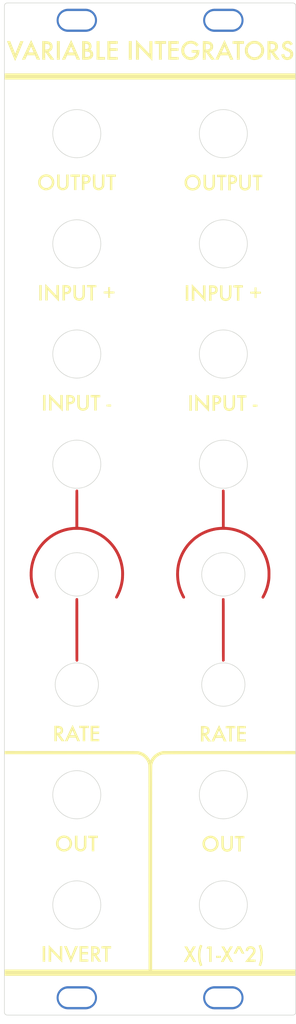
<source format=kicad_pcb>
(kicad_pcb (version 20211014) (generator pcbnew)
  (title_block (title "Damped Integrator and Extras") (date "2022-09-03") (rev "r02") (comment 2 "creativecommons.org/licenses/by/4.0/") (comment 3 "License: CC BY 4.0") (comment 4 "Author: Guy John"))
  (layers (0 "F.Cu" signal) (31 "B.Cu" signal) (36 "B.SilkS" user "B.Silkscreen") (37 "F.SilkS" user "F.Silkscreen") (38 "B.Mask" user) (39 "F.Mask" user) (44 "Edge.Cuts" user))
  (net 0 "")
  (footprint "4u-variable-integrator-panel-graphics:4u-variable-integrators-graphics" (layer "F.Cu") (at 57 21.4)
    (fp_text reference "Ref**" hide)
    (fp_text value "Val**" hide)
    (fp_line (start 9.100228 134.578) (end 9.340908 134.257) (layer "Edge.Cuts") (width 0.1))
    (fp_line (start 37.949938 160.115) (end 37.526638 160.093) (layer "Edge.Cuts") (width 0.1))
    (fp_line (start 14.528438 159.609) (end 14.164638 159.786) (layer "Edge.Cuts") (width 0.1))
    (fp_line (start 10.227938 45.0996) (end 9.906928 44.8589) (layer "Edge.Cuts") (width 0.1))
    (fp_line (start 16.385538 40.0353) (end 16.526438 40.4172) (layer "Edge.Cuts") (width 0.1))
    (fp_line (start 11.439938 121.43) (end 11.096138 121.303) (layer "Edge.Cuts") (width 0.1))
    (fp_line (start 16.526438 154.717) (end 16.629738 155.115) (layer "Edge.Cuts") (width 0.1))
    (fp_line (start 16.385538 62.3147) (end 16.209238 62.6784) (layer "Edge.Cuts") (width 0.1))
    (fp_line (start 40.040438 95.6941) (end 40.329438 95.9108) (layer "Edge.Cuts") (width 0.1))
    (fp_line (start 42.093338 60.2766) (end 42.115038 60.6999) (layer "Edge.Cuts") (width 0.1))
    (fp_line (start 41.785538 81.3647) (end 41.609238 81.7284) (layer "Edge.Cuts") (width 0.1))
    (fp_line (start 34.655338 97.0186) (end 34.844038 96.7094) (layer "Edge.Cuts") (width 0.1))
    (fp_line (start 36.717038 26.5764) (end 36.335138 26.4355) (layer "Edge.Cuts") (width 0.1))
    (fp_line (start 33.806538 41.2266) (end 33.870138 40.815) (layer "Edge.Cuts") (width 0.1))
    (fp_line (start 10.935138 83.5855) (end 10.571438 83.4092) (layer "Edge.Cuts") (width 0.1))
    (fp_line (start 12.126638 83.8933) (end 11.714938 83.8297) (layer "Edge.Cuts") (width 0.1))
    (fp_line (start 14.929438 95.9108) (end 15.196338 96.1535) (layer "Edge.Cuts") (width 0.1))
    (fp_line (start 34.500238 158.272) (end 34.290638 157.928) (layer "Edge.Cuts") (width 0.1))
    (fp_line (start 35.306938 133.691) (end 35.627938 133.45) (layer "Edge.Cuts") (width 0.1))
    (fp_line (start 15.192938 82.9589) (end 14.871938 83.1996) (layer "Edge.Cuts") (width 0.1))
    (fp_line (start 8.890648 81.7284) (end 8.714318 81.3647) (layer "Edge.Cuts") (width 0.1))
    (fp_line (start 50.100138 0.010233) (end 50.193738 0.039551) (layer "Edge.Cuts") (width 0.1))
    (fp_line (start 12.549938 83.915) (end 12.126638 83.8933) (layer "Edge.Cuts") (width 0.1))
    (fp_line (start 39.564638 152.115) (end 39.928438 152.291) (layer "Edge.Cuts") (width 0.1))
    (fp_line (start 36.168638 114.555) (end 36.496138 114.397) (layer "Edge.Cuts") (width 0.1))
    (fp_line (start 40.839038 96.4204) (end 41.055738 96.7094) (layer "Edge.Cuts") (width 0.1))
    (fp_line (start 16.223138 98.0482) (end 16.280338 98.4188) (layer "Edge.Cuts") (width 0.1))
    (fp_line (start 9.096628 116.396) (end 9.255378 116.069) (layer "Edge.Cuts") (width 0.1))
    (fp_line (start 9.906928 25.8089) (end 9.610528 25.5393) (layer "Edge.Cuts") (width 0.1))
    (fp_line (start 9.340908 82.3929) (end 9.100228 82.0719) (layer "Edge.Cuts") (width 0.1))
    (fp_line (start 40.592938 140.109) (end 40.271938 140.35) (layer "Edge.Cuts") (width 0.1))
    (fp_line (start 15.196338 115.204) (end 15.439038 115.47) (layer "Edge.Cuts") (width 0.1))
    (fp_line (start 15.758938 153.307) (end 15.999638 153.628) (layer "Edge.Cuts") (width 0.1))
    (fp_line (start 13.782738 37.6737) (end 14.164638 37.8146) (layer "Edge.Cuts") (width 0.1))
    (fp_line (start 40.271938 57.2505) (end 40.592938 57.4911) (layer "Edge.Cuts") (width 0.1))
    (fp_line (start 33.784838 155.95) (end 33.784838 155.95) (layer "Edge.Cuts") (width 0.1))
    (fp_line (start 39.059838 121.43) (end 38.701638 121.523) (layer "Edge.Cuts") (width 0.1))
    (fp_line (start 40.592938 19.3911) (end 40.889338 19.6608) (layer "Edge.Cuts") (width 0.1))
    (fp_line (start 34.114338 24.2147) (end 33.973438 23.8328) (layer "Edge.Cuts") (width 0.1))
    (fp_line (start 42.029738 137.735) (end 41.926438 138.133) (layer "Edge.Cuts") (width 0.1))
    (fp_line (start 50.460338 174.694) (end 50.414038 174.779) (layer "Edge.Cuts") (width 0.1))
    (fp_line (start 37.568838 102.531) (end 37.198138 102.473) (layer "Edge.Cuts") (width 0.1))
    (fp_line (start 41.158938 25.2429) (end 40.889338 25.5393) (layer "Edge.Cuts") (width 0.1))
    (fp_line (start 14.528438 37.9909) (end 14.871938 38.2005) (layer "Edge.Cuts") (width 0.1))
    (fp_line (start 35.060738 101.18) (end 34.844038 100.891) (layer "Edge.Cuts") (width 0.1))
    (fp_line (start 10.571438 64.3592) (end 10.227938 64.1496) (layer "Edge.Cuts") (width 0.1))
    (fp_line (start 10.768638 102.095) (end 10.459438 101.906) (layer "Edge.Cuts") (width 0.1))
    (fp_line (start 37.526638 141.043) (end 37.114938 140.98) (layer "Edge.Cuts") (width 0.1))
    (fp_line (start 9.903528 115.204) (end 10.170338 114.961) (layer "Edge.Cuts") (width 0.1))
    (fp_line (start 39.059838 102.38) (end 38.701638 102.473) (layer "Edge.Cuts") (width 0.1))
    (fp_line (start 34.199938 98.7999) (end 34.219538 98.4188) (layer "Edge.Cuts") (width 0.1))
    (fp_line (start 12.973238 132.757) (end 13.384938 132.82) (layer "Edge.Cuts") (width 0.1))
    (fp_line (start 50.278638 174.914) (end 50.193738 174.96) (layer "Edge.Cuts") (width 0.1))
    (fp_line (start 8.470098 155.115) (end 8.573418 154.717) (layer "Edge.Cuts") (width 0.1))
    (fp_line (start 41.609238 77.7716) (end 41.785538 78.1353) (layer "Edge.Cuts") (width 0.1))
    (fp_line (start 16.209238 20.6216) (end 16.385538 20.9853) (layer "Edge.Cuts") (width 0.1))
    (fp_line (start 12.126638 64.8433) (end 11.714938 64.7797) (layer "Edge.Cuts") (width 0.1))
    (fp_line (start 0.010171 0.3998) (end 0.039489 0.306177) (layer "Edge.Cuts") (width 0.1))
    (fp_line (start 41.785538 78.1353) (end 41.926438 78.5172) (layer "Edge.Cuts") (width 0.1))
    (fp_line (start 14.528438 45.3092) (end 14.164638 45.4855) (layer "Edge.Cuts") (width 0.1))
    (fp_line (start 41.785538 43.2647) (end 41.609238 43.6284) (layer "Edge.Cuts") (width 0.1))
    (fp_line (start 42.115038 79.7499) (end 42.093338 80.1732) (layer "Edge.Cuts") (width 0.1))
    (fp_line (start 10.227938 152.5) (end 10.571438 152.291) (layer "Edge.Cuts") (width 0.1))
    (fp_line (start 40.592938 57.4911) (end 40.889338 57.7608) (layer "Edge.Cuts") (width 0.1))
    (fp_line (start 16.385538 78.1353) (end 16.526438 78.5172) (layer "Edge.Cuts") (width 0.1))
    (fp_line (start 8.384848 41.6499) (end 8.384848 41.6499) (layer "Edge.Cuts") (width 0.1))
    (fp_line (start 16.385538 20.9853) (end 16.526438 21.3672) (layer "Edge.Cuts") (width 0.1))
    (fp_line (start 8.969758 97.69) (end 9.096628 97.3461) (layer "Edge.Cuts") (width 0.1))
    (fp_line (start 33.784838 79.7499) (end 33.784838 79.7499) (layer "Edge.Cuts") (width 0.1))
    (fp_line (start 41.926438 21.3672) (end 42.029738 21.765) (layer "Edge.Cuts") (width 0.1))
    (fp_line (start 41.609238 58.7216) (end 41.785538 59.0853) (layer "Edge.Cuts") (width 0.1))
    (fp_line (start 12.973238 141.043) (end 12.549938 141.065) (layer "Edge.Cuts") (width 0.1))
    (fp_line (start 9.100228 63.0219) (end 8.890648 62.6784) (layer "Edge.Cuts") (width 0.1))
    (fp_line (start 16.209238 62.6784) (end 15.999638 63.0219) (layer "Edge.Cuts") (width 0.1))
    (fp_line (start 36.335138 37.8146) (end 36.717038 37.6737) (layer "Edge.Cuts") (width 0.1))
    (fp_line (start 33.806538 137.323) (end 33.784838 136.9) (layer "Edge.Cuts") (width 0.1))
    (fp_line (start 41.609238 39.6716) (end 41.785538 40.0353) (layer "Edge.Cuts") (width 0.1))
    (fp_line (start 15.999638 39.3281) (end 16.209238 39.6716) (layer "Edge.Cuts") (width 0.1))
    (fp_line (start 12.549938 37.4851) (end 12.973238 37.5068) (layer "Edge.Cuts") (width 0.1))
    (fp_line (start 12.126638 56.5568) (end 12.549938 56.5351) (layer "Edge.Cuts") (width 0.1))
    (fp_line (start 42.115038 41.6499) (end 42.093338 42.0732) (layer "Edge.Cuts") (width 0.1))
    (fp_line (start 12.549938 132.735) (end 12.973238 132.757) (layer "Edge.Cuts") (width 0.1))
    (fp_line (start 12.931038 102.531) (end 12.549938 102.55) (layer "Edge.Cuts") (width 0.1))
    (fp_line (start 15.439038 115.47) (end 15.655738 115.759) (layer "Edge.Cuts") (width 0.1))
    (fp_line (start 15.196338 101.447) (end 14.929438 101.689) (layer "Edge.Cuts") (width 0.1))
    (fp_line (start 9.340908 139.543) (end 9.100228 139.222) (layer "Edge.Cuts") (width 0.1))
    (fp_line (start 39.182738 151.974) (end 39.564638 152.115) (layer "Edge.Cuts") (width 0.1))
    (fp_line (start 0.039489 174.694) (end 0.010171 174.6) (layer "Edge.Cuts") (width 0.1))
    (fp_line (start 39.564638 26.4355) (end 39.182738 26.5764) (layer "Edge.Cuts") (width 0.1))
    (fp_line (start 42.093338 79.3266) (end 42.115038 79.7499) (layer "Edge.Cuts") (width 0.1))
    (fp_line (start 38.784938 18.5204) (end 39.182738 18.6237) (layer "Edge.Cuts") (width 0.1))
    (fp_line (start 16.003238 100.254) (end 15.844438 100.581) (layer "Edge.Cuts") (width 0.1))
    (fp_line (start 49.999838 0) (end 50.100138 0.010233) (layer "Edge.Cuts") (width 0.1))
    (fp_line (start 9.906928 159.159) (end 9.610528 158.889) (layer "Edge.Cuts") (width 0.1))
    (fp_line (start 34.114338 81.3647) (end 33.973438 80.9828) (layer "Edge.Cuts") (width 0.1))
    (fp_line (start 37.949938 141.065) (end 37.526638 141.043) (layer "Edge.Cuts") (width 0.1))
    (fp_line (start 12.973238 18.4568) (end 13.384938 18.5204) (layer "Edge.Cuts") (width 0.1))
    (fp_line (start 50.352738 0.147141) (end 50.414038 0.221266) (layer "Edge.Cuts") (width 0.1))
    (fp_line (start 33.806538 61.1232) (end 33.784838 60.6999) (layer "Edge.Cuts") (width 0.1))
    (fp_line (start 9.100228 24.9219) (end 8.890648 24.5784) (layer "Edge.Cuts") (width 0.1))
    (fp_line (start 8.890648 58.7216) (end 9.100228 58.3781) (layer "Edge.Cuts") (width 0.1))
    (fp_line (start 34.369738 99.91) (end 34.276738 99.5518) (layer "Edge.Cuts") (width 0.1))
    (fp_line (start 8.384848 155.95) (end 8.384848 155.95) (layer "Edge.Cuts") (width 0.1))
    (fp_line (start 15.655738 96.7094) (end 15.844438 97.0186) (layer "Edge.Cuts") (width 0.1))
    (fp_line (start 34.740938 44.2929) (end 34.500238 43.9719) (layer "Edge.Cuts") (width 0.1))
    (fp_line (start 15.192938 140.109) (end 14.871938 140.35) (layer "Edge.Cuts") (width 0.1))
    (fp_line (start 15.999638 24.9219) (end 15.758938 25.2429) (layer "Edge.Cuts") (width 0.1))
    (fp_line (start 9.610528 133.961) (end 9.906928 133.691) (layer "Edge.Cuts") (width 0.1))
    (fp_line (start 37.568838 95.0695) (end 37.949938 95.05) (layer "Edge.Cuts") (width 0.1))
    (fp_line (start 34.740938 19.9571) (end 35.010538 19.6608) (layer "Edge.Cuts") (width 0.1))
    (fp_line (start 42.029738 23.4349) (end 41.926438 23.8328) (layer "Edge.Cuts") (width 0.1))
    (fp_line (start 41.926438 42.8828) (end 41.785538 43.2647) (layer "Edge.Cuts") (width 0.1))
    (fp_line (start 10.935138 159.786) (end 10.571438 159.609) (layer "Edge.Cuts") (width 0.1))
    (fp_line (start 37.526638 45.7933) (end 37.114938 45.7297) (layer "Edge.Cuts") (width 0.1))
    (fp_line (start 39.403738 95.3466) (end 39.731238 95.5054) (layer "Edge.Cuts") (width 0.1))
    (fp_line (start 8.890648 138.878) (end 8.714318 138.515) (layer "Edge.Cuts") (width 0.1))
    (fp_line (start 37.198138 114.177) (end 37.568838 114.119) (layer "Edge.Cuts") (width 0.1))
    (fp_line (start 8.406518 61.1232) (end 8.384848 60.6999) (layer "Edge.Cuts") (width 0.1))
    (fp_line (start 36.335138 83.5855) (end 35.971438 83.4092) (layer "Edge.Cuts") (width 0.1))
    (fp_line (start 9.610528 38.7108) (end 9.906928 38.4411) (layer "Edge.Cuts") (width 0.1))
    (fp_line (start 49.999838 175) (end 0.5 175) (layer "Edge.Cuts") (width 0.1))
    (fp_line (start 11.798138 95.1267) (end 12.168838 95.0695) (layer "Edge.Cuts") (width 0.1))
    (fp_line (start 39.564638 64.5355) (end 39.182738 64.6764) (layer "Edge.Cuts") (width 0.1))
    (fp_line (start 37.114938 56.6204) (end 37.526638 56.5568) (layer "Edge.Cuts") (width 0.1))
    (fp_line (start 16.693338 80.1732) (end 16.629738 80.5849) (layer "Edge.Cuts") (width 0.1))
    (fp_line (start 40.889338 133.961) (end 41.158938 134.257) (layer "Edge.Cuts") (width 0.1))
    (fp_line (start 34.500238 43.9719) (end 34.290638 43.6284) (layer "Edge.Cuts") (width 0.1))
    (fp_line (start 8.384848 60.6999) (end 8.384848 60.6999) (layer "Edge.Cuts") (width 0.1))
    (fp_line (start 36.335138 45.4855) (end 35.971438 45.3092) (layer "Edge.Cuts") (width 0.1))
    (fp_line (start 9.444078 119.941) (end 9.255378 119.631) (layer "Edge.Cuts") (width 0.1))
    (fp_line (start 35.306938 82.9589) (end 35.010538 82.6893) (layer "Edge.Cuts") (width 0.1))
    (fp_line (start 35.627938 57.2505) (end 35.971438 57.0409) (layer "Edge.Cuts") (width 0.1))
    (fp_line (start 34.199938 98.7999) (end 34.199938 98.7999) (layer "Edge.Cuts") (width 0.1))
    (fp_line (start 8.819488 118.231) (end 8.799978 117.85) (layer "Edge.Cuts") (width 0.1))
    (fp_line (start 36.717038 83.7264) (end 36.335138 83.5855) (layer "Edge.Cuts") (width 0.1))
    (fp_line (start 8.714318 62.3147) (end 8.573418 61.9328) (layer "Edge.Cuts") (width 0.1))
    (fp_line (start 11.714938 140.98) (end 11.317038 140.876) (layer "Edge.Cuts") (width 0.1))
    (fp_line (start 37.526638 83.8933) (end 37.114938 83.8297) (layer "Edge.Cuts") (width 0.1))
    (fp_line (start 37.114938 132.82) (end 37.526638 132.757) (layer "Edge.Cuts") (width 0.1))
    (fp_line (start 12.126638 141.043) (end 11.714938 140.98) (layer "Edge.Cuts") (width 0.1))
    (fp_line (start 15.192938 44.8589) (end 14.871938 45.0996) (layer "Edge.Cuts") (width 0.1))
    (fp_line (start 14.871938 83.1996) (end 14.528438 83.4092) (layer "Edge.Cuts") (width 0.1))
    (fp_line (start 34.500238 58.3781) (end 34.740938 58.0571) (layer "Edge.Cuts") (width 0.1))
    (fp_line (start 39.564638 45.4855) (end 39.182738 45.6264) (layer "Edge.Cuts") (width 0.1))
    (fp_line (start 40.271938 159.4) (end 39.928438 159.609) (layer "Edge.Cuts") (width 0.1))
    (fp_line (start 9.100228 158.272) (end 8.890648 157.928) (layer "Edge.Cuts") (width 0.1))
    (fp_line (start 35.971438 83.4092) (end 35.627938 83.1996) (layer "Edge.Cuts") (width 0.1))
    (fp_line (start 38.784938 64.7797) (end 38.373238 64.8433) (layer "Edge.Cuts") (width 0.1))
    (fp_line (start 16.385538 24.2147) (end 16.209238 24.5784) (layer "Edge.Cuts") (width 0.1))
    (fp_line (start 15.489338 63.6393) (end 15.192938 63.9089) (layer "Edge.Cuts") (width 0.1))
    (fp_line (start 9.444078 96.7094) (end 9.660768 96.4204) (layer "Edge.Cuts") (width 0.1))
    (fp_line (start 9.906928 82.9589) (end 9.610528 82.6893) (layer "Edge.Cuts") (width 0.1))
    (fp_line (start 11.317038 18.6237) (end 11.714938 18.5204) (layer "Edge.Cuts") (width 0.1))
    (fp_line (start 12.126638 75.6068) (end 12.549938 75.5851) (layer "Edge.Cuts") (width 0.1))
    (fp_line (start 38.784938 160.03) (end 38.373238 160.093) (layer "Edge.Cuts") (width 0.1))
    (fp_line (start 38.373238 141.043) (end 37.949938 141.065) (layer "Edge.Cuts") (width 0.1))
    (fp_line (start 8.714318 157.565) (end 8.573418 157.183) (layer "Edge.Cuts") (width 0.1))
    (fp_line (start 35.971438 152.291) (end 36.335138 152.115) (layer "Edge.Cuts") (width 0.1))
    (fp_line (start 9.096628 97.3461) (end 9.255378 97.0186) (layer "Edge.Cuts") (width 0.1))
    (fp_line (start 8.573418 154.717) (end 8.714318 154.335) (layer "Edge.Cuts") (width 0.1))
    (fp_line (start 10.571438 18.9409) (end 10.935138 18.7646) (layer "Edge.Cuts") (width 0.1))
    (fp_line (start 11.714938 18.5204) (end 12.126638 18.4568) (layer "Edge.Cuts") (width 0.1))
    (fp_line (start 9.100228 82.0719) (end 8.890648 81.7284) (layer "Edge.Cuts") (width 0.1))
    (fp_line (start 35.306938 76.5411) (end 35.627938 76.3005) (layer "Edge.Cuts") (width 0.1))
    (fp_line (start 35.010538 133.961) (end 35.306938 133.691) (layer "Edge.Cuts") (width 0.1))
    (fp_line (start 37.949938 151.785) (end 38.373238 151.807) (layer "Edge.Cuts") (width 0.1))
    (fp_line (start 10.935138 56.8646) (end 11.317038 56.7237) (layer "Edge.Cuts") (width 0.1))
    (fp_line (start 12.549938 151.785) (end 12.973238 151.807) (layer "Edge.Cuts") (width 0.1))
    (fp_line (start 15.844438 119.631) (end 15.655738 119.941) (layer "Edge.Cuts") (width 0.1))
    (fp_line (start 37.568838 121.581) (end 37.198138 121.523) (layer "Edge.Cuts") (width 0.1))
    (fp_line (start 10.935138 26.4355) (end 10.571438 26.2592) (layer "Edge.Cuts") (width 0.1))
    (fp_line (start 16.526438 59.4672) (end 16.629738 59.865) (layer "Edge.Cuts") (width 0.1))
    (fp_line (start 12.973238 37.5068) (end 13.384938 37.5704) (layer "Edge.Cuts") (width 0.1))
    (fp_line (start 33.973438 42.8828) (end 33.870138 42.4849) (layer "Edge.Cuts") (width 0.1))
    (fp_line (start 34.844038 119.941) (end 34.655338 119.631) (layer "Edge.Cuts") (width 0.1))
    (fp_line (start 41.785538 59.0853) (end 41.926438 59.4672) (layer "Edge.Cuts") (width 0.1))
    (fp_line (start 8.384848 155.95) (end 8.406518 155.527) (layer "Edge.Cuts") (width 0.1))
    (fp_line (start 37.949938 37.4851) (end 38.373238 37.5068) (layer "Edge.Cuts") (width 0.1))
    (fp_line (start 36.717038 132.924) (end 37.114938 132.82) (layer "Edge.Cuts") (width 0.1))
    (fp_line (start 35.306938 57.4911) (end 35.627938 57.2505) (layer "Edge.Cuts") (width 0.1))
    (fp_line (start 33.870138 156.785) (end 33.806538 156.373) (layer "Edge.Cuts") (width 0.1))
    (fp_line (start 11.439938 95.2198) (end 11.798138 95.1267) (layer "Edge.Cuts") (width 0.1))
    (fp_line (start 50.489638 0.3998) (end 50.499938 0.500062) (layer "Edge.Cuts") (width 0.1))
    (fp_line (start 34.290638 39.6716) (end 34.500238 39.3281) (layer "Edge.Cuts") (width 0.1))
    (fp_line (start 8.714318 81.3647) (end 8.573418 80.9828) (layer "Edge.Cuts") (width 0.1))
    (fp_line (start 12.973238 56.5568) (end 13.384938 56.6204) (layer "Edge.Cuts") (width 0.1))
    (fp_line (start 8.714318 138.515) (end 8.573418 138.133) (layer "Edge.Cuts") (width 0.1))
    (fp_line (start 16.385538 59.0853) (end 16.526438 59.4672) (layer "Edge.Cuts") (width 0.1))
    (fp_line (start 37.949938 102.55) (end 37.568838 102.531) (layer "Edge.Cuts") (width 0.1))
    (fp_line (start 38.784938 75.6704) (end 39.182738 75.7737) (layer "Edge.Cuts") (width 0.1))
    (fp_line (start 10.227938 133.45) (end 10.571438 133.241) (layer "Edge.Cuts") (width 0.1))
    (fp_line (start 13.782738 18.6237) (end 14.164638 18.7646) (layer "Edge.Cuts") (width 0.1))
    (fp_line (start 12.168838 121.581) (end 11.798138 121.523) (layer "Edge.Cuts") (width 0.1))
    (fp_line (start 35.306938 19.3911) (end 35.627938 19.1505) (layer "Edge.Cuts") (width 0.1))
    (fp_line (start 37.114938 160.03) (end 36.717038 159.926) (layer "Edge.Cuts") (width 0.1))
    (fp_line (start 34.290638 58.7216) (end 34.500238 58.3781) (layer "Edge.Cuts") (width 0.1))
    (fp_line (start 35.306938 152.741) (end 35.627938 152.5) (layer "Edge.Cuts") (width 0.1))
    (fp_line (start 40.596338 120.497) (end 40.329438 120.739) (layer "Edge.Cuts") (width 0.1))
    (fp_line (start 35.971438 64.3592) (end 35.627938 64.1496) (layer "Edge.Cuts") (width 0.1))
    (fp_line (start 41.403238 100.254) (end 41.244438 100.581) (layer "Edge.Cuts") (width 0.1))
    (fp_line (start 39.059838 95.2198) (end 39.403738 95.3466) (layer "Edge.Cuts") (width 0.1))
    (fp_line (start 9.100228 139.222) (end 8.890648 138.878) (layer "Edge.Cuts") (width 0.1))
    (fp_line (start 41.158938 19.9571) (end 41.399638 20.2781) (layer "Edge.Cuts") (width 0.1))
    (fp_line (start 37.526638 64.8433) (end 37.114938 64.7797) (layer "Edge.Cuts") (width 0.1))
    (fp_line (start 36.168638 121.145) (end 35.859438 120.956) (layer "Edge.Cuts") (width 0.1))
    (fp_line (start 16.715038 41.6499) (end 16.693338 42.0732) (layer "Edge.Cuts") (width 0.1))
    (fp_line (start 39.731238 102.095) (end 39.403738 102.253) (layer "Edge.Cuts") (width 0.1))
    (fp_line (start 33.784838 136.9) (end 33.806538 136.477) (layer "Edge.Cuts") (width 0.1))
    (fp_line (start 38.373238 56.5568) (end 38.784938 56.6204) (layer "Edge.Cuts") (width 0.1))
    (fp_line (start 15.489338 82.6893) (end 15.192938 82.9589) (layer "Edge.Cuts") (width 0.1))
    (fp_line (start 16.209238 134.922) (end 16.385538 135.285) (layer "Edge.Cuts") (width 0.1))
    (fp_line (start 9.610528 19.6608) (end 9.906928 19.3911) (layer "Edge.Cuts") (width 0.1))
    (fp_line (start 42.115038 136.9) (end 42.093338 137.323) (layer "Edge.Cuts") (width 0.1))
    (fp_line (start 16.693338 41.2266) (end 16.715038 41.6499) (layer "Edge.Cuts") (width 0.1))
    (fp_line (start 39.928438 159.609) (end 39.564638 159.786) (layer "Edge.Cuts") (width 0.1))
    (fp_line (start 14.871938 152.5) (end 15.192938 152.741) (layer "Edge.Cuts") (width 0.1))
    (fp_line (start 16.385538 154.335) (end 16.526438 154.717) (layer "Edge.Cuts") (width 0.1))
    (fp_line (start 14.640438 120.956) (end 14.331238 121.145) (layer "Edge.Cuts") (width 0.1))
    (fp_line (start 11.317038 26.5764) (end 10.935138 26.4355) (layer "Edge.Cuts") (width 0.1))
    (fp_line (start 16.385538 157.565) (end 16.209238 157.928) (layer "Edge.Cuts") (width 0.1))
    (fp_line (start 40.596338 101.447) (end 40.329438 101.689) (layer "Edge.Cuts") (width 0.1))
    (fp_line (start 38.373238 37.5068) (end 38.784938 37.5704) (layer "Edge.Cuts") (width 0.1))
    (fp_line (start 41.926438 78.5172) (end 42.029738 78.915) (layer "Edge.Cuts") (width 0.1))
    (fp_line (start 15.192938 76.5411) (end 15.489338 76.8108) (layer "Edge.Cuts") (width 0.1))
    (fp_line (start 16.526438 138.133) (end 16.385538 138.515) (layer "Edge.Cuts") (width 0.1))
    (fp_line (start 35.627938 133.45) (end 35.971438 133.241) (layer "Edge.Cuts") (width 0.1))
    (fp_line (start 38.373238 26.7433) (end 37.949938 26.765) (layer "Edge.Cuts") (width 0.1))
    (fp_line (start 16.693338 156.373) (end 16.629738 156.785) (layer "Edge.Cuts") (width 0.1))
    (fp_line (start 38.701638 114.177) (end 39.059838 114.27) (layer "Edge.Cuts") (width 0.1))
    (fp_line (start 8.384848 22.5999) (end 8.406518 22.1766) (layer "Edge.Cuts") (width 0.1))
    (fp_line (start 34.290638 43.6284) (end 34.114338 43.2647) (layer "Edge.Cuts") (width 0.1))
    (fp_line (start 13.384938 64.7797) (end 12.973238 64.8433) (layer "Edge.Cuts") (width 0.1))
    (fp_line (start 37.198138 121.523) (end 36.839938 121.43) (layer "Edge.Cuts") (width 0.1))
    (fp_line (start 12.126638 37.5068) (end 12.549938 37.4851) (layer "Edge.Cuts") (width 0.1))
    (fp_line (start 42.029738 78.915) (end 42.093338 79.3266) (layer "Edge.Cuts") (width 0.1))
    (fp_line (start 33.784838 60.6999) (end 33.806538 60.2766) (layer "Edge.Cuts") (width 0.1))
    (fp_line (start 41.399638 24.9219) (end 41.158938 25.2429) (layer "Edge.Cuts") (width 0.1))
    (fp_line (start 41.244438 116.069) (end 41.403238 116.396) (layer "Edge.Cuts") (width 0.1))
    (fp_line (start 34.114338 157.565) (end 33.973438 157.183) (layer "Edge.Cuts") (width 0.1))
    (fp_line (start 34.114338 43.2647) (end 33.973438 42.8828) (layer "Edge.Cuts") (width 0.1))
    (fp_line (start 33.973438 135.667) (end 34.114338 135.285) (layer "Edge.Cuts") (width 0.1))
    (fp_line (start 14.164638 45.4855) (end 13.782738 45.6264) (layer "Edge.Cuts") (width 0.1))
    (fp_line (start 35.570338 120.739) (end 35.303538 120.497) (layer "Edge.Cuts") (width 0.1))
    (fp_line (start 9.340908 19.9571) (end 9.610528 19.6608) (layer "Edge.Cuts") (width 0.1))
    (fp_line (start 10.935138 45.4855) (end 10.571438 45.3092) (layer "Edge.Cuts") (width 0.1))
    (fp_line (start 36.717038 45.6264) (end 36.335138 45.4855) (layer "Edge.Cuts") (width 0.1))
    (fp_line (start 36.839938 121.43) (end 36.496138 121.303) (layer "Edge.Cuts") (width 0.1))
    (fp_line (start 13.384938 83.8297) (end 12.973238 83.8933) (layer "Edge.Cuts") (width 0.1))
    (fp_line (start 11.096138 102.253) (end 10.768638 102.095) (layer "Edge.Cuts") (width 0.1))
    (fp_line (start 12.973238 83.8933) (end 12.549938 83.915) (layer "Edge.Cuts") (width 0.1))
    (fp_line (start 8.714318 154.335) (end 8.890648 153.972) (layer "Edge.Cuts") (width 0.1))
    (fp_line (start 33.870138 78.915) (end 33.973438 78.5172) (layer "Edge.Cuts") (width 0.1))
    (fp_line (start 40.889338 139.839) (end 40.592938 140.109) (layer "Edge.Cuts") (width 0.1))
    (fp_line (start 14.871938 26.0496) (end 14.528438 26.2592) (layer "Edge.Cuts") (width 0.1))
    (fp_line (start 16.526438 78.5172) (end 16.629738 78.915) (layer "Edge.Cuts") (width 0.1))
    (fp_line (start 35.627938 64.1496) (end 35.306938 63.9089) (layer "Edge.Cuts") (width 0.1))
    (fp_line (start 35.306938 63.9089) (end 35.010538 63.6393) (layer "Edge.Cuts") (width 0.1))
    (fp_line (start 35.971438 45.3092) (end 35.627938 45.0996) (layer "Edge.Cuts") (width 0.1))
    (fp_line (start 16.629738 23.4349) (end 16.526438 23.8328) (layer "Edge.Cuts") (width 0.1))
    (fp_line (start 50.499938 0.500062) (end 50.499938 174.5) (layer "Edge.Cuts") (width 0.1))
    (fp_line (start 10.571438 152.291) (end 10.935138 152.115) (layer "Edge.Cuts") (width 0.1))
    (fp_line (start 41.609238 134.922) (end 41.785538 135.285) (layer "Edge.Cuts") (width 0.1))
    (fp_line (start 39.182738 159.926) (end 38.784938 160.03) (layer "Edge.Cuts") (width 0.1))
    (fp_line (start 10.571438 26.2592) (end 10.227938 26.0496) (layer "Edge.Cuts") (width 0.1))
    (fp_line (start 8.890648 43.6284) (end 8.714318 43.2647) (layer "Edge.Cuts") (width 0.1))
    (fp_line (start 33.784838 22.5999) (end 33.806538 22.1766) (layer "Edge.Cuts") (width 0.1))
    (fp_line (start 40.596338 96.1535) (end 40.839038 96.4204) (layer "Edge.Cuts") (width 0.1))
    (fp_line (start 33.973438 59.4672) (end 34.114338 59.0853) (layer "Edge.Cuts") (width 0.1))
    (fp_line (start 38.373238 132.757) (end 38.784938 132.82) (layer "Edge.Cuts") (width 0.1))
    (fp_line (start 41.680338 99.1811) (end 41.623138 99.5518) (layer "Edge.Cuts") (width 0.1))
    (fp_line (start 16.693338 136.477) (end 16.715038 136.9) (layer "Edge.Cuts") (width 0.1))
    (fp_line (start 36.335138 140.736) (end 35.971438 140.559) (layer "Edge.Cuts") (width 0.1))
    (fp_line (start 9.255378 97.0186) (end 9.444078 96.7094) (layer "Edge.Cuts") (width 0.1))
    (fp_line (start 10.459438 120.956) (end 10.170338 120.739) (layer "Edge.Cuts") (width 0.1))
    (fp_line (start 35.570338 95.9108) (end 35.859438 95.6941) (layer "Edge.Cuts") (width 0.1))
    (fp_line (start 39.731238 95.5054) (end 40.040438 95.6941) (layer "Edge.Cuts") (width 0.1))
    (fp_line (start 11.317038 151.974) (end 11.714938 151.87) (layer "Edge.Cuts") (width 0.1))
    (fp_line (start 11.317038 140.876) (end 10.935138 140.736) (layer "Edge.Cuts") (width 0.1))
    (fp_line (start 38.784938 56.6204) (end 39.182738 56.7237) (layer "Edge.Cuts") (width 0.1))
    (fp_line (start 41.785538 157.565) (end 41.609238 157.928) (layer "Edge.Cuts") (width 0.1))
    (fp_line (start 16.629738 136.065) (end 16.693338 136.477) (layer "Edge.Cuts") (width 0.1))
    (fp_line (start 8.969758 99.91) (end 8.876738 99.5518) (layer "Edge.Cuts") (width 0.1))
    (fp_line (start 8.406518 22.1766) (end 8.470098 21.765) (layer "Edge.Cuts") (width 0.1))
    (fp_line (start 39.059838 114.27) (end 39.403738 114.397) (layer "Edge.Cuts") (width 0.1))
    (fp_line (start 14.164638 133.065) (end 14.528438 133.241) (layer "Edge.Cuts") (width 0.1))
    (fp_line (start 16.223138 117.098) (end 16.280338 117.469) (layer "Edge.Cuts") (width 0.1))
    (fp_line (start 8.573418 61.9328) (end 8.470098 61.5349) (layer "Edge.Cuts") (width 0.1))
    (fp_line (start 8.406518 42.0732) (end 8.384848 41.6499) (layer "Edge.Cuts") (width 0.1))
    (fp_line (start 34.844038 115.759) (end 35.060738 115.47) (layer "Edge.Cuts") (width 0.1))
    (fp_line (start 34.276738 118.602) (end 34.219538 118.231) (layer "Edge.Cuts") (width 0.1))
    (fp_line (start 42.115038 60.6999) (end 42.093338 61.1232) (layer "Edge.Cuts") (width 0.1))
    (fp_line (start 33.806538 22.1766) (end 33.870138 21.765) (layer "Edge.Cuts") (width 0.1))
    (fp_line (start 35.859438 95.6941) (end 36.168638 95.5054) (layer "Edge.Cuts") (width 0.1))
    (fp_line (start 16.299838 117.85) (end 16.280338 118.231) (layer "Edge.Cuts") (width 0.1))
    (fp_line (start 39.564638 75.9146) (end 39.928438 76.0909) (layer "Edge.Cuts") (width 0.1))
    (fp_line (start 12.549938 56.5351) (end 12.973238 56.5568) (layer "Edge.Cuts") (width 0.1))
    (fp_line (start 16.385538 135.285) (end 16.526438 135.667) (layer "Edge.Cuts") (width 0.1))
    (fp_line (start 8.876738 99.5518) (end 8.819488 99.1811) (layer "Edge.Cuts") (width 0.1))
    (fp_line (start 34.500238 139.222) (end 34.290638 138.878) (layer "Edge.Cuts") (width 0.1))
    (fp_line (start 8.573418 135.667) (end 8.714318 135.285) (layer "Edge.Cuts") (width 0.1))
    (fp_line (start 34.114338 40.0353) (end 34.290638 39.6716) (layer "Edge.Cuts") (width 0.1))
    (fp_line (start 35.303538 115.204) (end 35.570338 114.961) (layer "Edge.Cuts") (width 0.1))
    (fp_line (start 15.196338 96.1535) (end 15.439038 96.4204) (layer "Edge.Cuts") (width 0.1))
    (fp_line (start 33.973438 21.3672) (end 34.114338 20.9853) (layer "Edge.Cuts") (width 0.1))
    (fp_line (start 8.799978 98.7999) (end 8.819488 98.4188) (layer "Edge.Cuts") (width 0.1))
    (fp_line (start 34.199938 117.85) (end 34.219538 117.469) (layer "Edge.Cuts") (width 0.1))
    (fp_line (start 15.655738 100.891) (end 15.439038 101.18) (layer "Edge.Cuts") (width 0.1))
    (fp_line (start 8.406518 80.1732) (end 8.384848 79.7499) (layer "Edge.Cuts") (width 0.1))
    (fp_line (start 15.999638 158.272) (end 15.758938 158.593) (layer "Edge.Cuts") (width 0.1))
    (fp_line (start 41.785538 154.335) (end 41.926438 154.717) (layer "Edge.Cuts") (width 0.1))
    (fp_line (start 13.782738 56.7237) (end 14.164638 56.8646) (layer "Edge.Cuts") (width 0.1))
    (fp_line (start 14.164638 37.8146) (end 14.528438 37.9909) (layer "Edge.Cuts") (width 0.1))
    (fp_line (start 34.114338 20.9853) (end 34.290638 20.6216) (layer "Edge.Cuts") (width 0.1))
    (fp_line (start 35.570338 101.689) (end 35.303538 101.447) (layer "Edge.Cuts") (width 0.1))
    (fp_line (start 37.949938 64.865) (end 37.526638 64.8433) (layer "Edge.Cuts") (width 0.1))
    (fp_line (start 16.223138 118.602) (end 16.130038 118.96) (layer "Edge.Cuts") (width 0.1))
    (fp_line (start 42.029738 80.5849) (end 41.926438 80.9828) (layer "Edge.Cuts") (width 0.1))
    (fp_line (start 10.170338 114.961) (end 10.459438 114.744) (layer "Edge.Cuts") (width 0.1))
    (fp_line (start 42.093338 155.527) (end 42.115038 155.95) (layer "Edge.Cuts") (width 0.1))
    (fp_line (start 39.928438 140.559) (end 39.564638 140.736) (layer "Edge.Cuts") (width 0.1))
    (fp_line (start 40.271938 19.1505) (end 40.592938 19.3911) (layer "Edge.Cuts") (width 0.1))
    (fp_line (start 14.871938 64.1496) (end 14.528438 64.3592) (layer "Edge.Cuts") (width 0.1))
    (fp_line (start 37.114938 83.8297) (end 36.717038 83.7264) (layer "Edge.Cuts") (width 0.1))
    (fp_line (start 35.010538 57.7608) (end 35.306938 57.4911) (layer "Edge.Cuts") (width 0.1))
    (fp_line (start 8.384848 79.7499) (end 8.384848 79.7499) (layer "Edge.Cuts") (width 0.1))
    (fp_line (start 8.890648 157.928) (end 8.714318 157.565) (layer "Edge.Cuts") (width 0.1))
    (fp_line (start 15.439038 120.23) (end 15.196338 120.497) (layer "Edge.Cuts") (width 0.1))
    (fp_line (start 37.949938 132.735) (end 38.373238 132.757) (layer "Edge.Cuts") (width 0.1))
    (fp_line (start 36.717038 37.6737) (end 37.114938 37.5704) (layer "Edge.Cuts") (width 0.1))
    (fp_line (start 9.255378 116.069) (end 9.444078 115.759) (layer "Edge.Cuts") (width 0.1))
    (fp_line (start 13.659838 102.38) (end 13.301638 102.473) (layer "Edge.Cuts") (width 0.1))
    (fp_line (start 35.303538 120.497) (end 35.060738 120.23) (layer "Edge.Cuts") (width 0.1))
    (fp_line (start 12.549938 45.815) (end 12.126638 45.7933) (layer "Edge.Cuts") (width 0.1))
    (fp_line (start 16.629738 61.5349) (end 16.526438 61.9328) (layer "Edge.Cuts") (width 0.1))
    (fp_line (start 8.799978 117.85) (end 8.799978 117.85) (layer "Edge.Cuts") (width 0.1))
    (fp_line (start 34.369738 116.74) (end 34.496638 116.396) (layer "Edge.Cuts") (width 0.1))
    (fp_line (start 14.164638 75.9146) (end 14.528438 76.0909) (layer "Edge.Cuts") (width 0.1))
    (fp_line (start 11.317038 132.924) (end 11.714938 132.82) (layer "Edge.Cuts") (width 0.1))
    (fp_line (start 16.280338 99.1811) (end 16.223138 99.5518) (layer "Edge.Cuts") (width 0.1))
    (fp_line (start 38.331038 114.119) (end 38.701638 114.177) (layer "Edge.Cuts") (width 0.1))
    (fp_line (start 14.871938 38.2005) (end 15.192938 38.4411) (layer "Edge.Cuts") (width 0.1))
    (fp_line (start 14.164638 140.736) (end 13.782738 140.876) (layer "Edge.Cuts") (width 0.1))
    (fp_line (start 41.609238 62.6784) (end 41.399638 63.0219) (layer "Edge.Cuts") (width 0.1))
    (fp_line (start 16.629738 156.785) (end 16.526438 157.183) (layer "Edge.Cuts") (width 0.1))
    (fp_line (start 37.526638 132.757) (end 37.949938 132.735) (layer "Edge.Cuts") (width 0.1))
    (fp_line (start 9.610528 139.839) (end 9.340908 139.543) (layer "Edge.Cuts") (width 0.1))
    (fp_line (start 11.714938 64.7797) (end 11.317038 64.6764) (layer "Edge.Cuts") (width 0.1))
    (fp_line (start 36.717038 18.6237) (end 37.114938 18.5204) (layer "Edge.Cuts") (width 0.1))
    (fp_line (start 0.221204 174.914) (end 0.147079 174.853) (layer "Edge.Cuts") (width 0.1))
    (fp_line (start 8.384848 136.9) (end 8.384848 136.9) (layer "Edge.Cuts") (width 0.1))
    (fp_line (start 15.758938 139.543) (end 15.489338 139.839) (layer "Edge.Cuts") (width 0.1))
    (fp_line (start 35.627938 76.3005) (end 35.971438 76.0909) (layer "Edge.Cuts") (width 0.1))
    (fp_line (start 37.526638 160.093) (end 37.114938 160.03) (layer "Edge.Cuts") (width 0.1))
    (fp_line (start 34.496638 116.396) (end 34.655338 116.069) (layer "Edge.Cuts") (width 0.1))
    (fp_line (start 41.609238 157.928) (end 41.399638 158.272) (layer "Edge.Cuts") (width 0.1))
    (fp_line (start 41.158938 39.0071) (end 41.399638 39.3281) (layer "Edge.Cuts") (width 0.1))
    (fp_line (start 50.489638 174.6) (end 50.460338 174.694) (layer "Edge.Cuts") (width 0.1))
    (fp_line (start 9.340908 77.1071) (end 9.610528 76.8108) (layer "Edge.Cuts") (width 0.1))
    (fp_line (start 35.010538 153.011) (end 35.306938 152.741) (layer "Edge.Cuts") (width 0.1))
    (fp_line (start 10.227938 140.35) (end 9.906928 140.109) (layer "Edge.Cuts") (width 0.1))
    (fp_line (start 12.126638 160.093) (end 11.714938 160.03) (layer "Edge.Cuts") (width 0.1))
    (fp_line (start 36.335138 133.065) (end 36.717038 132.924) (layer "Edge.Cuts") (width 0.1))
    (fp_line (start 50.460338 0.306177) (end 50.489638 0.3998) (layer "Edge.Cuts") (width 0.1))
    (fp_line (start 33.973438 80.9828) (end 33.870138 80.5849) (layer "Edge.Cuts") (width 0.1))
    (fp_line (start 40.889338 82.6893) (end 40.592938 82.9589) (layer "Edge.Cuts") (width 0.1))
    (fp_line (start 9.906928 57.4911) (end 10.227938 57.2505) (layer "Edge.Cuts") (width 0.1))
    (fp_line (start 14.003738 114.397) (end 14.331238 114.555) (layer "Edge.Cuts") (width 0.1))
    (fp_line (start 33.806538 136.477) (end 33.870138 136.065) (layer "Edge.Cuts") (width 0.1))
    (fp_line (start 34.114338 135.285) (end 34.290638 134.922) (layer "Edge.Cuts") (width 0.1))
    (fp_line (start 9.096628 100.254) (end 8.969758 99.91) (layer "Edge.Cuts") (width 0.1))
    (fp_line (start 37.114938 151.87) (end 37.526638 151.807) (layer "Edge.Cuts") (width 0.1))
    (fp_line (start 14.528438 18.9409) (end 14.871938 19.1505) (layer "Edge.Cuts") (width 0.1))
    (fp_line (start 41.158938 153.307) (end 41.399638 153.628) (layer "Edge.Cuts") (width 0.1))
    (fp_line (start 11.714938 151.87) (end 12.126638 151.807) (layer "Edge.Cuts") (width 0.1))
    (fp_line (start 40.271938 76.3005) (end 40.592938 76.5411) (layer "Edge.Cuts") (width 0.1))
    (fp_line (start 8.470098 42.4849) (end 8.406518 42.0732) (layer "Edge.Cuts") (width 0.1))
    (fp_line (start 50.100138 174.99) (end 49.999838 175) (layer "Edge.Cuts") (width 0.1))
    (fp_line (start 40.889338 153.011) (end 41.158938 153.307) (layer "Edge.Cuts") (width 0.1))
    (fp_line (start 33.806538 79.3266) (end 33.870138 78.915) (layer "Edge.Cuts") (width 0.1))
    (fp_line (start 40.889338 57.7608) (end 41.158938 58.0571) (layer "Edge.Cuts") (width 0.1))
    (fp_line (start 14.871938 45.0996) (end 14.528438 45.3092) (layer "Edge.Cuts") (width 0.1))
    (fp_line (start 37.949938 83.915) (end 37.526638 83.8933) (layer "Edge.Cuts") (width 0.1))
    (fp_line (start 16.715038 79.7499) (end 16.693338 80.1732) (layer "Edge.Cuts") (width 0.1))
    (fp_line (start 50.193738 174.96) (end 50.100138 174.99) (layer "Edge.Cuts") (width 0.1))
    (fp_line (start 13.384938 151.87) (end 13.782738 151.974) (layer "Edge.Cuts") (width 0.1))
    (fp_line (start 11.798138 114.177) (end 12.168838 114.119) (layer "Edge.Cuts") (width 0.1))
    (fp_line (start 38.784938 83.8297) (end 38.373238 83.8933) (layer "Edge.Cuts") (width 0.1))
    (fp_line (start 14.164638 26.4355) (end 13.782738 26.5764) (layer "Edge.Cuts") (width 0.1))
    (fp_line (start 33.806538 42.0732) (end 33.784838 41.6499) (layer "Edge.Cuts") (width 0.1))
    (fp_line (start 37.114938 26.6797) (end 36.717038 26.5764) (layer "Edge.Cuts") (width 0.1))
    (fp_line (start 34.500238 153.628) (end 34.740938 153.307) (layer "Edge.Cuts") (width 0.1))
    (fp_line (start 41.399638 134.578) (end 41.609238 134.922) (layer "Edge.Cuts") (width 0.1))
    (fp_line (start 39.731238 121.145) (end 39.403738 121.303) (layer "Edge.Cuts") (width 0.1))
    (fp_line (start 8.573418 78.5172) (end 8.714318 78.1353) (layer "Edge.Cuts") (width 0.1))
    (fp_line (start 41.399638 77.4281) (end 41.609238 77.7716) (layer "Edge.Cuts") (width 0.1))
    (fp_line (start 9.340908 58.0571) (end 9.610528 57.7608) (layer "Edge.Cuts") (width 0.1))
    (fp_line (start 36.335138 56.8646) (end 36.717038 56.7237) (layer "Edge.Cuts") (width 0.1))
    (fp_line (start 33.870138 155.115) (end 33.973438 154.717) (layer "Edge.Cuts") (width 0.1))
    (fp_line (start 35.303538 101.447) (end 35.060738 101.18) (layer "Edge.Cuts") (width 0.1))
    (fp_line (start 35.971438 159.609) (end 35.627938 159.4) (layer "Edge.Cuts") (width 0.1))
    (fp_line (start 10.170338 120.739) (end 9.903528 120.497) (layer "Edge.Cuts") (width 0.1))
    (fp_line (start -0.000062 0.500062) (end 0.010171 0.3998) (layer "Edge.Cuts") (width 0.1))
    (fp_line (start 35.627938 38.2005) (end 35.971438 37.9909) (layer "Edge.Cuts") (width 0.1))
    (fp_line (start 37.526638 37.5068) (end 37.949938 37.4851) (layer "Edge.Cuts") (width 0.1))
    (fp_line (start 33.973438 154.717) (end 34.114338 154.335) (layer "Edge.Cuts") (width 0.1))
    (fp_line (start 16.130038 116.74) (end 16.223138 117.098) (layer "Edge.Cuts") (width 0.1))
    (fp_line (start 36.717038 64.6764) (end 36.335138 64.5355) (layer "Edge.Cuts") (width 0.1))
    (fp_line (start 40.040438 114.744) (end 40.329438 114.961) (layer "Edge.Cuts") (width 0.1))
    (fp_line (start 37.949938 95.05) (end 38.331038 95.0695) (layer "Edge.Cuts") (width 0.1))
    (fp_line (start 38.784938 151.87) (end 39.182738 151.974) (layer "Edge.Cuts") (width 0.1))
    (fp_line (start 36.496138 114.397) (end 36.839938 114.27) (layer "Edge.Cuts") (width 0.1))
    (fp_line (start 9.340908 153.307) (end 9.610528 153.011) (layer "Edge.Cuts") (width 0.1))
    (fp_line (start 33.973438 157.183) (end 33.870138 156.785) (layer "Edge.Cuts") (width 0.1))
    (fp_line (start 35.627938 45.0996) (end 35.306938 44.8589) (layer "Edge.Cuts") (width 0.1))
    (fp_line (start 10.227938 83.1996) (end 9.906928 82.9589) (layer "Edge.Cuts") (width 0.1))
    (fp_line (start 13.384938 160.03) (end 12.973238 160.093) (layer "Edge.Cuts") (width 0.1))
    (fp_line (start 41.785538 20.9853) (end 41.926438 21.3672) (layer "Edge.Cuts") (width 0.1))
    (fp_line (start 40.592938 63.9089) (end 40.271938 64.1496) (layer "Edge.Cuts") (width 0.1))
    (fp_line (start 37.114938 18.5204) (end 37.526638 18.4568) (layer "Edge.Cuts") (width 0.1))
    (fp_line (start 13.782738 159.926) (end 13.384938 160.03) (layer "Edge.Cuts") (width 0.1))
    (fp_line (start 12.549938 141.065) (end 12.126638 141.043) (layer "Edge.Cuts") (width 0.1))
    (fp_line (start 16.130038 99.91) (end 16.003238 100.254) (layer "Edge.Cuts") (width 0.1))
    (fp_line (start 34.290638 24.5784) (end 34.114338 24.2147) (layer "Edge.Cuts") (width 0.1))
    (fp_line (start 39.182738 56.7237) (end 39.564638 56.8646) (layer "Edge.Cuts") (width 0.1))
    (fp_line (start 33.806538 60.2766) (end 33.870138 59.865) (layer "Edge.Cuts") (width 0.1))
    (fp_line (start 14.640438 95.6941) (end 14.929438 95.9108) (layer "Edge.Cuts") (width 0.1))
    (fp_line (start 8.890648 77.7716) (end 9.100228 77.4281) (layer "Edge.Cuts") (width 0.1))
    (fp_line (start 9.660768 96.4204) (end 9.903528 96.1535) (layer "Edge.Cuts") (width 0.1))
    (fp_line (start 9.903528 96.1535) (end 10.170338 95.9108) (layer "Edge.Cuts") (width 0.1))
    (fp_line (start 34.740938 58.0571) (end 35.010538 57.7608) (layer "Edge.Cuts") (width 0.1))
    (fp_line (start 14.003738 102.253) (end 13.659838 102.38) (layer "Edge.Cuts") (width 0.1))
    (fp_line (start 10.571438 140.559) (end 10.227938 140.35) (layer "Edge.Cuts") (width 0.1))
    (fp_line (start 41.926438 59.4672) (end 42.029738 59.865) (layer "Edge.Cuts") (width 0.1))
    (fp_line (start 41.926438 135.667) (end 42.029738 136.065) (layer "Edge.Cuts") (width 0.1))
    (fp_line (start 15.999638 134.578) (end 16.209238 134.922) (layer "Edge.Cuts") (width 0.1))
    (fp_line (start 11.096138 95.3466) (end 11.439938 95.2198) (layer "Edge.Cuts") (width 0.1))
    (fp_line (start 34.500238 20.2781) (end 34.740938 19.9571) (layer "Edge.Cuts") (width 0.1))
    (fp_line (start 8.470098 40.815) (end 8.573418 40.4172) (layer "Edge.Cuts") (width 0.1))
    (fp_line (start 41.623138 117.098) (end 41.680338 117.469) (layer "Edge.Cuts") (width 0.1))
    (fp_line (start 33.806538 155.527) (end 33.870138 155.115) (layer "Edge.Cuts") (width 0.1))
    (fp_line (start 9.610528 76.8108) (end 9.906928 76.5411) (layer "Edge.Cuts") (width 0.1))
    (fp_line (start 8.470098 78.915) (end 8.573418 78.5172) (layer "Edge.Cuts") (width 0.1))
    (fp_line (start 40.889338 158.889) (end 40.592938 159.159) (layer "Edge.Cuts") (width 0.1))
    (fp_line (start 16.629738 80.5849) (end 16.526438 80.9828) (layer "Edge.Cuts") (width 0.1))
    (fp_line (start 34.655338 100.581) (end 34.496638 100.254) (layer "Edge.Cuts") (width 0.1))
    (fp_line (start 13.659838 121.43) (end 13.301638 121.523) (layer "Edge.Cuts") (width 0.1))
    (fp_line (start 15.758938 77.1071) (end 15.999638 77.4281) (layer "Edge.Cuts") (width 0.1))
    (fp_line (start 34.844038 100.891) (end 34.655338 100.581) (layer "Edge.Cuts") (width 0.1))
    (fp_line (start 14.164638 159.786) (end 13.782738 159.926) (layer "Edge.Cuts") (width 0.1))
    (fp_line (start 10.571438 45.3092) (end 10.227938 45.0996) (layer "Edge.Cuts") (width 0.1))
    (fp_line (start 13.384938 56.6204) (end 13.782738 56.7237) (layer "Edge.Cuts") (width 0.1))
    (fp_line (start 16.715038 155.95) (end 16.693338 156.373) (layer "Edge.Cuts") (width 0.1))
    (fp_line (start 35.570338 114.961) (end 35.859438 114.744) (layer "Edge.Cuts") (width 0.1))
    (fp_line (start 35.010538 82.6893) (end 34.740938 82.3929) (layer "Edge.Cuts") (width 0.1))
    (fp_line (start 8.969758 116.74) (end 9.096628 116.396) (layer "Edge.Cuts") (width 0.1))
    (fp_line (start 11.096138 121.303) (end 10.768638 121.145) (layer "Edge.Cuts") (width 0.1))
    (fp_line (start 42.093338 22.1766) (end 42.115038 22.5999) (layer "Edge.Cuts") (width 0.1))
    (fp_line (start 16.003238 97.3461) (end 16.130038 97.69) (layer "Edge.Cuts") (width 0.1))
    (fp_line (start 35.060738 96.4204) (end 35.303538 96.1535) (layer "Edge.Cuts") (width 0.1))
    (fp_line (start 16.693338 61.1232) (end 16.629738 61.5349) (layer "Edge.Cuts") (width 0.1))
    (fp_line (start 41.530038 97.69) (end 41.623138 98.0482) (layer "Edge.Cuts") (width 0.1))
    (fp_line (start 34.290638 20.6216) (end 34.500238 20.2781) (layer "Edge.Cuts") (width 0.1))
    (fp_line (start 36.496138 102.253) (end 36.168638 102.095) (layer "Edge.Cuts") (width 0.1))
    (fp_line (start 40.329438 114.961) (end 40.596338 115.204) (layer "Edge.Cuts") (width 0.1))
    (fp_line (start 41.785538 138.515) (end 41.609238 138.878) (layer "Edge.Cuts") (width 0.1))
    (fp_line (start 34.500238 82.0719) (end 34.290638 81.7284) (layer "Edge.Cuts") (width 0.1))
    (fp_line (start 34.219538 98.4188) (end 34.276738 98.0482) (layer "Edge.Cuts") (width 0.1))
    (fp_line (start 15.758938 82.3929) (end 15.489338 82.6893) (layer "Edge.Cuts") (width 0.1))
    (fp_line (start 13.782738 140.876) (end 13.384938 140.98) (layer "Edge.Cuts") (width 0.1))
    (fp_line (start 14.871938 19.1505) (end 15.192938 19.3911) (layer "Edge.Cuts") (width 0.1))
    (fp_line (start 40.889338 44.5893) (end 40.592938 44.8589) (layer "Edge.Cuts") (width 0.1))
    (fp_line (start 39.731238 114.555) (end 40.040438 114.744) (layer "Edge.Cuts") (width 0.1))
    (fp_line (start 37.114938 37.5704) (end 37.526638 37.5068) (layer "Edge.Cuts") (width 0.1))
    (fp_line (start 10.571438 159.609) (end 10.227938 159.4) (layer "Edge.Cuts") (width 0.1))
    (fp_line (start 34.199938 117.85) (end 34.199938 117.85) (layer "Edge.Cuts") (width 0.1))
    (fp_line (start 13.782738 26.5764) (end 13.384938 26.6797) (layer "Edge.Cuts") (width 0.1))
    (fp_line (start 8.470098 59.865) (end 8.573418 59.4672) (layer "Edge.Cuts") (width 0.1))
    (fp_line (start 40.040438 101.906) (end 39.731238 102.095) (layer "Edge.Cuts") (width 0.1))
    (fp_line (start 35.627938 140.35) (end 35.306938 140.109) (layer "Edge.Cuts") (width 0.1))
    (fp_line (start 39.564638 159.786) (end 39.182738 159.926) (layer "Edge.Cuts") (width 0.1))
    (fp_line (start 8.969758 118.96) (end 8.876738 118.602) (layer "Edge.Cuts") (width 0.1))
    (fp_line (start 8.406518 156.373) (end 8.384848 155.95) (layer "Edge.Cuts") (width 0.1))
    (fp_line (start 41.926438 154.717) (end 42.029738 155.115) (layer "Edge.Cuts") (width 0.1))
    (fp_line (start 37.526638 18.4568) (end 37.949938 18.4351) (layer "Edge.Cuts") (width 0.1))
    (fp_line (start 14.929438 101.689) (end 14.640438 101.906) (layer "Edge.Cuts") (width 0.1))
    (fp_line (start 8.470098 21.765) (end 8.573418 21.3672) (layer "Edge.Cuts") (width 0.1))
    (fp_line (start 16.209238 77.7716) (end 16.385538 78.1353) (layer "Edge.Cuts") (width 0.1))
    (fp_line (start 16.629738 137.735) (end 16.526438 138.133) (layer "Edge.Cuts") (width 0.1))
    (fp_line (start 41.785538 62.3147) (end 41.609238 62.6784) (layer "Edge.Cuts") (width 0.1))
    (fp_line (start 16.209238 39.6716) (end 16.385538 40.0353) (layer "Edge.Cuts") (width 0.1))
    (fp_line (start 12.549938 114.1) (end 12.931038 114.119) (layer "Edge.Cuts") (width 0.1))
    (fp_line (start 8.714318 43.2647) (end 8.573418 42.8828) (layer "Edge.Cuts") (width 0.1))
    (fp_line (start 9.906928 63.9089) (end 9.610528 63.6393) (layer "Edge.Cuts") (width 0.1))
    (fp_line (start 16.223138 99.5518) (end 16.130038 99.91) (layer "Edge.Cuts") (width 0.1))
    (fp_line (start 11.714938 26.6797) (end 11.317038 26.5764) (layer "Edge.Cuts") (width 0.1))
    (fp_line (start 39.403738 114.397) (end 39.731238 114.555) (layer "Edge.Cuts") (width 0.1))
    (fp_line (start 10.571438 76.0909) (end 10.935138 75.9146) (layer "Edge.Cuts") (width 0.1))
    (fp_line (start 15.999638 43.9719) (end 15.758938 44.2929) (layer "Edge.Cuts") (width 0.1))
    (fp_line (start 10.227938 57.2505) (end 10.571438 57.0409) (layer "Edge.Cuts") (width 0.1))
    (fp_line (start 8.714318 135.285) (end 8.890648 134.922) (layer "Edge.Cuts") (width 0.1))
    (fp_line (start 16.629738 155.115) (end 16.693338 155.527) (layer "Edge.Cuts") (width 0.1))
    (fp_line (start 16.629738 21.765) (end 16.693338 22.1766) (layer "Edge.Cuts") (width 0.1))
    (fp_line (start 41.158938 82.3929) (end 40.889338 82.6893) (layer "Edge.Cuts") (width 0.1))
    (fp_line (start 33.784838 41.6499) (end 33.806538 41.2266) (layer "Edge.Cuts") (width 0.1))
    (fp_line (start 41.926438 23.8328) (end 41.785538 24.2147) (layer "Edge.Cuts") (width 0.1))
    (fp_line (start 9.340908 44.2929) (end 9.100228 43.9719) (layer "Edge.Cuts") (width 0.1))
    (fp_line (start 9.100228 77.4281) (end 9.340908 77.1071) (layer "Edge.Cuts") (width 0.1))
    (fp_line (start 40.592938 82.9589) (end 40.271938 83.1996) (layer "Edge.Cuts") (width 0.1))
    (fp_line (start 14.528438 152.291) (end 14.871938 152.5) (layer "Edge.Cuts") (width 0.1))
    (fp_line (start 39.928438 76.0909) (end 40.271938 76.3005) (layer "Edge.Cuts") (width 0.1))
    (fp_line (start 37.949938 56.5351) (end 38.373238 56.5568) (layer "Edge.Cuts") (width 0.1))
    (fp_line (start 15.489338 158.889) (end 15.192938 159.159) (layer "Edge.Cuts") (width 0.1))
    (fp_line (start 15.489338 153.011) (end 15.758938 153.307) (layer "Edge.Cuts") (width 0.1))
    (fp_line (start 9.340908 25.2429) (end 9.100228 24.9219) (layer "Edge.Cuts") (width 0.1))
    (fp_line (start 35.627938 83.1996) (end 35.306938 82.9589) (layer "Edge.Cuts") (width 0.1))
    (fp_line (start 13.782738 64.6764) (end 13.384938 64.7797) (layer "Edge.Cuts") (width 0.1))
    (fp_line (start 34.500238 77.4281) (end 34.740938 77.1071) (layer "Edge.Cuts") (width 0.1))
    (fp_line (start 33.973438 40.4172) (end 34.114338 40.0353) (layer "Edge.Cuts") (width 0.1))
    (fp_line (start 16.526438 40.4172) (end 16.629738 40.815) (layer "Edge.Cuts") (width 0.1))
    (fp_line (start 34.500238 63.0219) (end 34.290638 62.6784) (layer "Edge.Cuts") (width 0.1))
    (fp_line (start 9.903528 120.497) (end 9.660768 120.23) (layer "Edge.Cuts") (width 0.1))
    (fp_line (start 39.564638 56.8646) (end 39.928438 57.0409) (layer "Edge.Cuts") (width 0.1))
    (fp_line (start 40.592938 25.8089) (end 40.271938 26.0496) (layer "Edge.Cuts") (width 0.1))
    (fp_line (start 14.331238 95.5054) (end 14.640438 95.6941) (layer "Edge.Cuts") (width 0.1))
    (fp_line (start 12.168838 95.0695) (end 12.549938 95.05) (layer "Edge.Cuts") (width 0.1))
    (fp_line (start 40.329438 95.9108) (end 40.596338 96.1535) (layer "Edge.Cuts") (width 0.1))
    (fp_line (start 41.926438 61.9328) (end 41.785538 62.3147) (layer "Edge.Cuts") (width 0.1))
    (fp_line (start 14.871938 57.2505) (end 15.192938 57.4911) (layer "Edge.Cuts") (width 0.1))
    (fp_line (start 33.973438 78.5172) (end 34.114338 78.1353) (layer "Edge.Cuts") (width 0.1))
    (fp_line (start 41.623138 99.5518) (end 41.530038 99.91) (layer "Edge.Cuts") (width 0.1))
    (fp_line (start 34.369738 118.96) (end 34.276738 118.602) (layer "Edge.Cuts") (width 0.1))
    (fp_line (start 13.659838 114.27) (end 14.003738 114.397) (layer "Edge.Cuts") (width 0.1))
    (fp_line (start 34.740938 39.0071) (end 35.010538 38.7108) (layer "Edge.Cuts") (width 0.1))
    (fp_line (start 36.839938 95.2198) (end 37.198138 95.1267) (layer "Edge.Cuts") (width 0.1))
    (fp_line (start 40.592938 133.691) (end 40.889338 133.961) (layer "Edge.Cuts") (width 0.1))
    (fp_line (start 0.306115 0.039551) (end 0.399738 0.010233) (layer "Edge.Cuts") (width 0.1))
    (fp_line (start 16.130038 97.69) (end 16.223138 98.0482) (layer "Edge.Cuts") (width 0.1))
    (fp_line (start 9.610528 25.5393) (end 9.340908 25.2429) (layer "Edge.Cuts") (width 0.1))
    (fp_line (start 10.170338 95.9108) (end 10.459438 95.6941) (layer "Edge.Cuts") (width 0.1))
    (fp_line (start 15.489338 38.7108) (end 15.758938 39.0071) (layer "Edge.Cuts") (width 0.1))
    (fp_line (start 14.528438 64.3592) (end 14.164638 64.5355) (layer "Edge.Cuts") (width 0.1))
    (fp_line (start 13.384938 26.6797) (end 12.973238 26.7433) (layer "Edge.Cuts") (width 0.1))
    (fp_line (start 9.340908 63.3429) (end 9.100228 63.0219) (layer "Edge.Cuts") (width 0.1))
    (fp_line (start 35.303538 96.1535) (end 35.570338 95.9108) (layer "Edge.Cuts") (width 0.1))
    (fp_line (start 37.949938 121.6) (end 37.568838 121.581) (layer "Edge.Cuts") (width 0.1))
    (fp_line (start 8.714318 40.0353) (end 8.890648 39.6716) (layer "Edge.Cuts") (width 0.1))
    (fp_line (start 14.331238 121.145) (end 14.003738 121.303) (layer "Edge.Cuts") (width 0.1))
    (fp_line (start 12.549938 26.765) (end 12.126638 26.7433) (layer "Edge.Cuts") (width 0.1))
    (fp_line (start 13.384938 75.6704) (end 13.782738 75.7737) (layer "Edge.Cuts") (width 0.1))
    (fp_line (start 42.093338 41.2266) (end 42.115038 41.6499) (layer "Edge.Cuts") (width 0.1))
    (fp_line (start 37.198138 95.1267) (end 37.568838 95.0695) (layer "Edge.Cuts") (width 0.1))
    (fp_line (start 40.271938 45.0996) (end 39.928438 45.3092) (layer "Edge.Cuts") (width 0.1))
    (fp_line (start 40.839038 101.18) (end 40.596338 101.447) (layer "Edge.Cuts") (width 0.1))
    (fp_line (start 15.758938 134.257) (end 15.999638 134.578) (layer "Edge.Cuts") (width 0.1))
    (fp_line (start 15.489338 57.7608) (end 15.758938 58.0571) (layer "Edge.Cuts") (width 0.1))
    (fp_line (start 10.227938 19.1505) (end 10.571438 18.9409) (layer "Edge.Cuts") (width 0.1))
    (fp_line (start 49.999838 0) (end 49.999838 0) (layer "Edge.Cuts") (width 0.1))
    (fp_line (start 12.549938 102.55) (end 12.168838 102.531) (layer "Edge.Cuts") (width 0.1))
    (fp_line (start 41.158938 158.593) (end 40.889338 158.889) (layer "Edge.Cuts") (width 0.1))
    (fp_line (start 42.093338 23.0232) (end 42.029738 23.4349) (layer "Edge.Cuts") (width 0.1))
    (fp_line (start 10.935138 64.5355) (end 10.571438 64.3592) (layer "Edge.Cuts") (width 0.1))
    (fp_line (start 40.271938 140.35) (end 39.928438 140.559) (layer "Edge.Cuts") (width 0.1))
    (fp_line (start 14.871938 133.45) (end 15.192938 133.691) (layer "Edge.Cuts") (width 0.1))
    (fp_line (start 41.158938 63.3429) (end 40.889338 63.6393) (layer "Edge.Cuts") (width 0.1))
    (fp_line (start 34.290638 153.972) (end 34.500238 153.628) (layer "Edge.Cuts") (width 0.1))
    (fp_line (start 37.526638 151.807) (end 37.949938 151.785) (layer "Edge.Cuts") (width 0.1))
    (fp_line (start 41.399638 82.0719) (end 41.158938 82.3929) (layer "Edge.Cuts") (width 0.1))
    (fp_line (start 35.971438 26.2592) (end 35.627938 26.0496) (layer "Edge.Cuts") (width 0.1))
    (fp_line (start 38.331038 95.0695) (end 38.701638 95.1267) (layer "Edge.Cuts") (width 0.1))
    (fp_line (start 16.715038 60.6999) (end 16.693338 61.1232) (layer "Edge.Cuts") (width 0.1))
    (fp_line (start 10.571438 37.9909) (end 10.935138 37.8146) (layer "Edge.Cuts") (width 0.1))
    (fp_line (start 8.470098 80.5849) (end 8.406518 80.1732) (layer "Edge.Cuts") (width 0.1))
    (fp_line (start 8.406518 79.3266) (end 8.470098 78.915) (layer "Edge.Cuts") (width 0.1))
    (fp_line (start 41.158938 44.2929) (end 40.889338 44.5893) (layer "Edge.Cuts") (width 0.1))
    (fp_line (start 9.906928 44.8589) (end 9.610528 44.5893) (layer "Edge.Cuts") (width 0.1))
    (fp_line (start 0.039489 0.306177) (end 0.085817 0.221266) (layer "Edge.Cuts") (width 0.1))
    (fp_line (start 9.906928 140.109) (end 9.610528 139.839) (layer "Edge.Cuts") (width 0.1))
    (fp_line (start 33.784838 22.5999) (end 33.784838 22.5999) (layer "Edge.Cuts") (width 0.1))
    (fp_line (start 40.889338 25.5393) (end 40.592938 25.8089) (layer "Edge.Cuts") (width 0.1))
    (fp_line (start 9.100228 39.3281) (end 9.340908 39.0071) (layer "Edge.Cuts") (width 0.1))
    (fp_line (start 38.373238 64.8433) (end 37.949938 64.865) (layer "Edge.Cuts") (width 0.1))
    (fp_line (start 41.623138 118.602) (end 41.530038 118.96) (layer "Edge.Cuts") (width 0.1))
    (fp_line (start 12.126638 45.7933) (end 11.714938 45.7297) (layer "Edge.Cuts") (width 0.1))
    (fp_line (start 8.384848 22.5999) (end 8.384848 22.5999) (layer "Edge.Cuts") (width 0.1))
    (fp_line (start 36.717038 159.926) (end 36.335138 159.786) (layer "Edge.Cuts") (width 0.1))
    (fp_line (start 40.040438 120.956) (end 39.731238 121.145) (layer "Edge.Cuts") (width 0.1))
    (fp_line (start 13.301638 95.1267) (end 13.659838 95.2198) (layer "Edge.Cuts") (width 0.1))
    (fp_line (start 16.385538 81.3647) (end 16.209238 81.7284) (layer "Edge.Cuts") (width 0.1))
    (fp_line (start 35.010538 19.6608) (end 35.306938 19.3911) (layer "Edge.Cuts") (width 0.1))
    (fp_line (start 14.331238 102.095) (end 14.003738 102.253) (layer "Edge.Cuts") (width 0.1))
    (fp_line (start 33.870138 80.5849) (end 33.806538 80.1732) (layer "Edge.Cuts") (width 0.1))
    (fp_line (start 11.317038 64.6764) (end 10.935138 64.5355) (layer "Edge.Cuts") (width 0.1))
    (fp_line (start 10.571438 133.241) (end 10.935138 133.065) (layer "Edge.Cuts") (width 0.1))
    (fp_line (start 8.714318 24.2147) (end 8.573418 23.8328) (layer "Edge.Cuts") (width 0.1))
    (fp_line (start 0.306115 174.96) (end 0.221204 174.914) (layer "Edge.Cuts") (width 0.1))
    (fp_line (start 34.276738 98.0482) (end 34.369738 97.69) (layer "Edge.Cuts") (width 0.1))
    (fp_line (start 34.290638 77.7716) (end 34.500238 77.4281) (layer "Edge.Cuts") (width 0.1))
    (fp_line (start 8.406518 136.477) (end 8.470098 136.065) (layer "Edge.Cuts") (width 0.1))
    (fp_line (start 40.592938 152.741) (end 40.889338 153.011) (layer "Edge.Cuts") (width 0.1))
    (fp_line (start 12.973238 45.7933) (end 12.549938 45.815) (layer "Edge.Cuts") (width 0.1))
    (fp_line (start 15.999638 153.628) (end 16.209238 153.972) (layer "Edge.Cuts") (width 0.1))
    (fp_line (start 12.126638 26.7433) (end 11.714938 26.6797) (layer "Edge.Cuts") (width 0.1))
    (fp_line (start 16.280338 118.231) (end 16.223138 118.602) (layer "Edge.Cuts") (width 0.1))
    (fp_line (start 12.931038 121.581) (end 12.549938 121.6) (layer "Edge.Cuts") (width 0.1))
    (fp_line (start 8.890648 24.5784) (end 8.714318 24.2147) (layer "Edge.Cuts") (width 0.1))
    (fp_line (start 42.093338 61.1232) (end 42.029738 61.5349) (layer "Edge.Cuts") (width 0.1))
    (fp_line (start 13.384938 18.5204) (end 13.782738 18.6237) (layer "Edge.Cuts") (width 0.1))
    (fp_line (start 33.784838 41.6499) (end 33.784838 41.6499) (layer "Edge.Cuts") (width 0.1))
    (fp_line (start 38.784938 37.5704) (end 39.182738 37.6737) (layer "Edge.Cuts") (width 0.1))
    (fp_line (start 41.403238 119.304) (end 41.244438 119.631) (layer "Edge.Cuts") (width 0.1))
    (fp_line (start 41.158938 134.257) (end 41.399638 134.578) (layer "Edge.Cuts") (width 0.1))
    (fp_line (start 36.496138 95.3466) (end 36.839938 95.2198) (layer "Edge.Cuts") (width 0.1))
    (fp_line (start 16.526438 135.667) (end 16.629738 136.065) (layer "Edge.Cuts") (width 0.1))
    (fp_line (start 41.403238 116.396) (end 41.530038 116.74) (layer "Edge.Cuts") (width 0.1))
    (fp_line (start 35.971438 76.0909) (end 36.335138 75.9146) (layer "Edge.Cuts") (width 0.1))
    (fp_line (start 40.889338 63.6393) (end 40.592938 63.9089) (layer "Edge.Cuts") (width 0.1))
    (fp_line (start 16.209238 43.6284) (end 15.999638 43.9719) (layer "Edge.Cuts") (width 0.1))
    (fp_line (start 34.114338 59.0853) (end 34.290638 58.7216) (layer "Edge.Cuts") (width 0.1))
    (fp_line (start 11.317038 83.7264) (end 10.935138 83.5855) (layer "Edge.Cuts") (width 0.1))
    (fp_line (start 41.680338 98.4188) (end 41.699838 98.7999) (layer "Edge.Cuts") (width 0.1))
    (fp_line (start 8.799978 98.7999) (end 8.799978 98.7999) (layer "Edge.Cuts") (width 0.1))
    (fp_line (start 34.114338 62.3147) (end 33.973438 61.9328) (layer "Edge.Cuts") (width 0.1))
    (fp_line (start 50.278638 0.085879) (end 50.352738 0.147141) (layer "Edge.Cuts") (width 0.1))
    (fp_line (start 13.301638 102.473) (end 12.931038 102.531) (layer "Edge.Cuts") (width 0.1))
    (fp_line (start 41.055738 96.7094) (end 41.244438 97.0186) (layer "Edge.Cuts") (width 0.1))
    (fp_line (start 41.055738 115.759) (end 41.244438 116.069) (layer "Edge.Cuts") (width 0.1))
    (fp_line (start 39.928438 133.241) (end 40.271938 133.45) (layer "Edge.Cuts") (width 0.1))
    (fp_line (start 15.999638 77.4281) (end 16.209238 77.7716) (layer "Edge.Cuts") (width 0.1))
    (fp_line (start 16.299838 98.7999) (end 16.280338 99.1811) (layer "Edge.Cuts") (width 0.1))
    (fp_line (start 39.182738 140.876) (end 38.784938 140.98) (layer "Edge.Cuts") (width 0.1))
    (fp_line (start 14.871938 76.3005) (end 15.192938 76.5411) (layer "Edge.Cuts") (width 0.1))
    (fp_line (start 0.399738 0.010233) (end 0.5 0) (layer "Edge.Cuts") (width 0.1))
    (fp_line (start 16.693338 23.0232) (end 16.629738 23.4349) (layer "Edge.Cuts") (width 0.1))
    (fp_line (start 16.209238 138.878) (end 15.999638 139.222) (layer "Edge.Cuts") (width 0.1))
    (fp_line (start 10.571438 83.4092) (end 10.227938 83.1996) (layer "Edge.Cuts") (width 0.1))
    (fp_line (start 13.384938 37.5704) (end 13.782738 37.6737) (layer "Edge.Cuts") (width 0.1))
    (fp_line (start 35.627938 19.1505) (end 35.971438 18.9409) (layer "Edge.Cuts") (width 0.1))
    (fp_line (start 41.399638 63.0219) (end 41.158938 63.3429) (layer "Edge.Cuts") (width 0.1))
    (fp_line (start 34.114338 78.1353) (end 34.290638 77.7716) (layer "Edge.Cuts") (width 0.1))
    (fp_line (start 8.384848 41.6499) (end 8.406518 41.2266) (layer "Edge.Cuts") (width 0.1))
    (fp_line (start 8.470098 23.4349) (end 8.406518 23.0232) (layer "Edge.Cuts") (width 0.1))
    (fp_line (start 41.399638 158.272) (end 41.158938 158.593) (layer "Edge.Cuts") (width 0.1))
    (fp_line (start 8.890648 62.6784) (end 8.714318 62.3147) (layer "Edge.Cuts") (width 0.1))
    (fp_line (start 34.496638 119.304) (end 34.369738 118.96) (layer "Edge.Cuts") (width 0.1))
    (fp_line (start 8.714318 78.1353) (end 8.890648 77.7716) (layer "Edge.Cuts") (width 0.1))
    (fp_line (start 41.926438 40.4172) (end 42.029738 40.815) (layer "Edge.Cuts") (width 0.1))
    (fp_line (start 16.526438 23.8328) (end 16.385538 24.2147) (layer "Edge.Cuts") (width 0.1))
    (fp_line (start 16.693338 42.0732) (end 16.629738 42.4849) (layer "Edge.Cuts") (width 0.1))
    (fp_line (start 39.928438 152.291) (end 40.271938 152.5) (layer "Edge.Cuts") (width 0.1))
    (fp_line (start 41.785538 40.0353) (end 41.926438 40.4172) (layer "Edge.Cuts") (width 0.1))
    (fp_line (start 14.871938 159.4) (end 14.528438 159.609) (layer "Edge.Cuts") (width 0.1))
    (fp_line (start 33.973438 61.9328) (end 33.870138 61.5349) (layer "Edge.Cuts") (width 0.1))
    (fp_line (start 14.929438 114.961) (end 15.196338 115.204) (layer "Edge.Cuts") (width 0.1))
    (fp_line (start 41.609238 43.6284) (end 41.399638 43.9719) (layer "Edge.Cuts") (width 0.1))
    (fp_line (start 37.114938 64.7797) (end 36.717038 64.6764) (layer "Edge.Cuts") (width 0.1))
    (fp_line (start 9.610528 82.6893) (end 9.340908 82.3929) (layer "Edge.Cuts") (width 0.1))
    (fp_line (start 8.406518 23.0232) (end 8.384848 22.5999) (layer "Edge.Cuts") (width 0.1))
    (fp_line (start 14.929438 120.739) (end 14.640438 120.956) (layer "Edge.Cuts") (width 0.1))
    (fp_line (start 9.100228 153.628) (end 9.340908 153.307) (layer "Edge.Cuts") (width 0.1))
    (fp_line (start 40.592938 38.4411) (end 40.889338 38.7108) (layer "Edge.Cuts") (width 0.1))
    (fp_line (start 16.209238 157.928) (end 15.999638 158.272) (layer "Edge.Cuts") (width 0.1))
    (fp_line (start 16.715038 22.5999) (end 16.693338 23.0232) (layer "Edge.Cuts") (width 0.1))
    (fp_line (start 36.839938 102.38) (end 36.496138 102.253) (layer "Edge.Cuts") (width 0.1))
    (fp_line (start 38.373238 18.4568) (end 38.784938 18.5204) (layer "Edge.Cuts") (width 0.1))
    (fp_line (start 41.530038 99.91) (end 41.403238 100.254) (layer "Edge.Cuts") (width 0.1))
    (fp_line (start 50.352738 174.853) (end 50.278638 174.914) (layer "Edge.Cuts") (width 0.1))
    (fp_line (start 34.114338 138.515) (end 33.973438 138.133) (layer "Edge.Cuts") (width 0.1))
    (fp_line (start 15.489338 139.839) (end 15.192938 140.109) (layer "Edge.Cuts") (width 0.1))
    (fp_line (start 16.209238 24.5784) (end 15.999638 24.9219) (layer "Edge.Cuts") (width 0.1))
    (fp_line (start 15.999638 139.222) (end 15.758938 139.543) (layer "Edge.Cuts") (width 0.1))
    (fp_line (start 8.573418 42.8828) (end 8.470098 42.4849) (layer "Edge.Cuts") (width 0.1))
    (fp_line (start 33.870138 59.865) (end 33.973438 59.4672) (layer "Edge.Cuts") (width 0.1))
    (fp_line (start 15.655738 115.759) (end 15.844438 116.069) (layer "Edge.Cuts") (width 0.1))
    (fp_line (start 15.758938 39.0071) (end 15.999638 39.3281) (layer "Edge.Cuts") (width 0.1))
    (fp_line (start 9.340908 158.593) (end 9.100228 158.272) (layer "Edge.Cuts") (width 0.1))
    (fp_line (start 16.385538 43.2647) (end 16.209238 43.6284) (layer "Edge.Cuts") (width 0.1))
    (fp_line (start 33.870138 137.735) (end 33.806538 137.323) (layer "Edge.Cuts") (width 0.1))
    (fp_line (start 33.973438 138.133) (end 33.870138 137.735) (layer "Edge.Cuts") (width 0.1))
    (fp_line (start 34.290638 157.928) (end 34.114338 157.565) (layer "Edge.Cuts") (width 0.1))
    (fp_line (start 8.876738 118.602) (end 8.819488 118.231) (layer "Edge.Cuts") (width 0.1))
    (fp_line (start 13.659838 95.2198) (end 14.003738 95.3466) (layer "Edge.Cuts") (width 0.1))
    (fp_line (start 36.168638 102.095) (end 35.859438 101.906) (layer "Edge.Cuts") (width 0.1))
    (fp_line (start 10.227938 26.0496) (end 9.906928 25.8089) (layer "Edge.Cuts") (width 0.1))
    (fp_line (start 8.406518 41.2266) (end 8.470098 40.815) (layer "Edge.Cuts") (width 0.1))
    (fp_line (start 12.931038 114.119) (end 13.301638 114.177) (layer "Edge.Cuts") (width 0.1))
    (fp_line (start 39.928438 37.9909) (end 40.271938 38.2005) (layer "Edge.Cuts") (width 0.1))
    (fp_line (start 9.100228 43.9719) (end 8.890648 43.6284) (layer "Edge.Cuts") (width 0.1))
    (fp_line (start 35.306938 38.4411) (end 35.627938 38.2005) (layer "Edge.Cuts") (width 0.1))
    (fp_line (start 42.029738 40.815) (end 42.093338 41.2266) (layer "Edge.Cuts") (width 0.1))
    (fp_line (start 38.373238 160.093) (end 37.949938 160.115) (layer "Edge.Cuts") (width 0.1))
    (fp_line (start 16.629738 42.4849) (end 16.526438 42.8828) (layer "Edge.Cuts") (width 0.1))
    (fp_line (start 8.876738 117.098) (end 8.969758 116.74) (layer "Edge.Cuts") (width 0.1))
    (fp_line (start 11.439938 114.27) (end 11.798138 114.177) (layer "Edge.Cuts") (width 0.1))
    (fp_line (start 15.844438 100.581) (end 15.655738 100.891) (layer "Edge.Cuts") (width 0.1))
    (fp_line (start 8.799978 117.85) (end 8.819488 117.469) (layer "Edge.Cuts") (width 0.1))
    (fp_line (start 36.335138 64.5355) (end 35.971438 64.3592) (layer "Edge.Cuts") (width 0.1))
    (fp_line (start 14.331238 114.555) (end 14.640438 114.744) (layer "Edge.Cuts") (width 0.1))
    (fp_line (start 33.870138 21.765) (end 33.973438 21.3672) (layer "Edge.Cuts") (width 0.1))
    (fp_line (start 34.740938 82.3929) (end 34.500238 82.0719) (layer "Edge.Cuts") (width 0.1))
    (fp_line (start 36.496138 121.303) (end 36.168638 121.145) (layer "Edge.Cuts") (width 0.1))
    (fp_line (start 10.935138 152.115) (end 11.317038 151.974) (layer "Edge.Cuts") (width 0.1))
    (fp_line (start 41.609238 81.7284) (end 41.399638 82.0719) (layer "Edge.Cuts") (width 0.1))
    (fp_line (start 35.627938 26.0496) (end 35.306938 25.8089) (layer "Edge.Cuts") (width 0.1))
    (fp_line (start 39.564638 133.065) (end 39.928438 133.241) (layer "Edge.Cuts") (width 0.1))
    (fp_line (start 39.182738 37.6737) (end 39.564638 37.8146) (layer "Edge.Cuts") (width 0.1))
    (fp_line (start 33.784838 136.9) (end 33.784838 136.9) (layer "Edge.Cuts") (width 0.1))
    (fp_line (start 41.609238 20.6216) (end 41.785538 20.9853) (layer "Edge.Cuts") (width 0.1))
    (fp_line (start 10.459438 101.906) (end 10.170338 101.689) (layer "Edge.Cuts") (width 0.1))
    (fp_line (start 38.373238 151.807) (end 38.784938 151.87) (layer "Edge.Cuts") (width 0.1))
    (fp_line (start 16.629738 78.915) (end 16.693338 79.3266) (layer "Edge.Cuts") (width 0.1))
    (fp_line (start 41.926438 138.133) (end 41.785538 138.515) (layer "Edge.Cuts") (width 0.1))
    (fp_line (start 14.528438 76.0909) (end 14.871938 76.3005) (layer "Edge.Cuts") (width 0.1))
    (fp_line (start 15.999638 20.2781) (end 16.209238 20.6216) (layer "Edge.Cuts") (width 0.1))
    (fp_line (start 35.859438 114.744) (end 36.168638 114.555) (layer "Edge.Cuts") (width 0.1))
    (fp_line (start 50.499938 174.5) (end 50.489638 174.6) (layer "Edge.Cuts") (width 0.1))
    (fp_line (start 12.973238 26.7433) (end 12.549938 26.765) (layer "Edge.Cuts") (width 0.1))
    (fp_line (start 9.660768 120.23) (end 9.444078 119.941) (layer "Edge.Cuts") (width 0.1))
    (fp_line (start 0.147079 174.853) (end 0.085817 174.779) (layer "Edge.Cuts") (width 0.1))
    (fp_line (start 37.526638 26.7433) (end 37.114938 26.6797) (layer "Edge.Cuts") (width 0.1))
    (fp_line (start 41.158938 58.0571) (end 41.399638 58.3781) (layer "Edge.Cuts") (width 0.1))
    (fp_line (start 15.844438 97.0186) (end 16.003238 97.3461) (layer "Edge.Cuts") (width 0.1))
    (fp_line (start 16.526438 21.3672) (end 16.629738 21.765) (layer "Edge.Cuts") (width 0.1))
    (fp_line (start 8.384848 136.9) (end 8.406518 136.477) (layer "Edge.Cuts") (width 0.1))
    (fp_line (start 35.060738 115.47) (end 35.303538 115.204) (layer "Edge.Cuts") (width 0.1))
    (fp_line (start 9.610528 158.889) (end 9.340908 158.593) (layer "Edge.Cuts") (width 0.1))
    (fp_line (start 38.331038 102.531) (end 37.949938 102.55) (layer "Edge.Cuts") (width 0.1))
    (fp_line (start 38.701638 102.473) (end 38.331038 102.531) (layer "Edge.Cuts") (width 0.1))
    (fp_line (start 37.526638 75.6068) (end 37.949938 75.5851) (layer "Edge.Cuts") (width 0.1))
    (fp_line (start 8.819488 117.469) (end 8.876738 117.098) (layer "Edge.Cuts") (width 0.1))
    (fp_line (start 40.271938 26.0496) (end 39.928438 26.2592) (layer "Edge.Cuts") (width 0.1))
    (fp_line (start 40.271938 38.2005) (end 40.592938 38.4411) (layer "Edge.Cuts") (width 0.1))
    (fp_line (start 41.699838 98.7999) (end 41.680338 99.1811) (layer "Edge.Cuts") (width 0.1))
    (fp_line (start 41.399638 153.628) (end 41.609238 153.972) (layer "Edge.Cuts") (width 0.1))
    (fp_line (start 8.384848 60.6999) (end 8.406518 60.2766) (layer "Edge.Cuts") (width 0.1))
    (fp_line (start 10.768638 95.5054) (end 11.096138 95.3466) (layer "Edge.Cuts") (width 0.1))
    (fp_line (start 41.699838 117.85) (end 41.680338 118.231) (layer "Edge.Cuts") (width 0.1))
    (fp_line (start 8.714318 59.0853) (end 8.890648 58.7216) (layer "Edge.Cuts") (width 0.1))
    (fp_line (start 41.158938 77.1071) (end 41.399638 77.4281) (layer "Edge.Cuts") (width 0.1))
    (fp_line (start 16.280338 98.4188) (end 16.299838 98.7999) (layer "Edge.Cuts") (width 0.1))
    (fp_line (start 8.819488 98.4188) (end 8.876738 98.0482) (layer "Edge.Cuts") (width 0.1))
    (fp_line (start 8.573418 21.3672) (end 8.714318 20.9853) (layer "Edge.Cuts") (width 0.1))
    (fp_line (start 38.373238 83.8933) (end 37.949938 83.915) (layer "Edge.Cuts") (width 0.1))
    (fp_line (start 37.198138 102.473) (end 36.839938 102.38) (layer "Edge.Cuts") (width 0.1))
    (fp_line (start 35.971438 57.0409) (end 36.335138 56.8646) (layer "Edge.Cuts") (width 0.1))
    (fp_line (start 12.931038 95.0695) (end 13.301638 95.1267) (layer "Edge.Cuts") (width 0.1))
    (fp_line (start 40.592938 159.159) (end 40.271938 159.4) (layer "Edge.Cuts") (width 0.1))
    (fp_line (start 10.459438 114.744) (end 10.768638 114.555) (layer "Edge.Cuts") (width 0.1))
    (fp_line (start 16.526438 80.9828) (end 16.385538 81.3647) (layer "Edge.Cuts") (width 0.1))
    (fp_line (start 14.164638 83.5855) (end 13.782738 83.7264) (layer "Edge.Cuts") (width 0.1))
    (fp_line (start 9.340908 134.257) (end 9.610528 133.961) (layer "Edge.Cuts") (width 0.1))
    (fp_line (start 41.530038 116.74) (end 41.623138 117.098) (layer "Edge.Cuts") (width 0.1))
    (fp_line (start 39.182738 45.6264) (end 38.784938 45.7297) (layer "Edge.Cuts") (width 0.1))
    (fp_line (start 41.399638 20.2781) (end 41.609238 20.6216) (layer "Edge.Cuts") (width 0.1))
    (fp_line (start 40.889338 19.6608) (end 41.158938 19.9571) (layer "Edge.Cuts") (width 0.1))
    (fp_line (start 15.196338 120.497) (end 14.929438 120.739) (layer "Edge.Cuts") (width 0.1))
    (fp_line (start 10.459438 95.6941) (end 10.768638 95.5054) (layer "Edge.Cuts") (width 0.1))
    (fp_line (start 34.290638 134.922) (end 34.500238 134.578) (layer "Edge.Cuts") (width 0.1))
    (fp_line (start 37.949938 75.5851) (end 38.373238 75.6068) (layer "Edge.Cuts") (width 0.1))
    (fp_line (start 14.528438 133.241) (end 14.871938 133.45) (layer "Edge.Cuts") (width 0.1))
    (fp_line (start 33.870138 23.4349) (end 33.806538 23.0232) (layer "Edge.Cuts") (width 0.1))
    (fp_line (start 37.949938 18.4351) (end 38.373238 18.4568) (layer "Edge.Cuts") (width 0.1))
    (fp_line (start 11.714938 37.5704) (end 12.126638 37.5068) (layer "Edge.Cuts") (width 0.1))
    (fp_line (start 39.928438 57.0409) (end 40.271938 57.2505) (layer "Edge.Cuts") (width 0.1))
    (fp_line (start 36.335138 18.7646) (end 36.717038 18.6237) (layer "Edge.Cuts") (width 0.1))
    (fp_line (start 50.193738 0.039551) (end 50.278638 0.085879) (layer "Edge.Cuts") (width 0.1))
    (fp_line (start 35.971438 37.9909) (end 36.335138 37.8146) (layer "Edge.Cuts") (width 0.1))
    (fp_line (start 15.489338 44.5893) (end 15.192938 44.8589) (layer "Edge.Cuts") (width 0.1))
    (fp_line (start 12.168838 114.119) (end 12.549938 114.1) (layer "Edge.Cuts") (width 0.1))
    (fp_line (start 34.496638 100.254) (end 34.369738 99.91) (layer "Edge.Cuts") (width 0.1))
    (fp_line (start 35.627938 152.5) (end 35.971438 152.291) (layer "Edge.Cuts") (width 0.1))
    (fp_line (start 35.060738 120.23) (end 34.844038 119.941) (layer "Edge.Cuts") (width 0.1))
    (fp_line (start 16.693338 22.1766) (end 16.715038 22.5999) (layer "Edge.Cuts") (width 0.1))
    (fp_line (start 8.470098 137.735) (end 8.406518 137.323) (layer "Edge.Cuts") (width 0.1))
    (fp_line (start 11.439938 102.38) (end 11.096138 102.253) (layer "Edge.Cuts") (width 0.1))
    (fp_line (start 39.928438 45.3092) (end 39.564638 45.4855) (layer "Edge.Cuts") (width 0.1))
    (fp_line (start 11.798138 102.473) (end 11.439938 102.38) (layer "Edge.Cuts") (width 0.1))
    (fp_line (start 34.290638 62.6784) (end 34.114338 62.3147) (layer "Edge.Cuts") (width 0.1))
    (fp_line (start 34.500238 24.9219) (end 34.290638 24.5784) (layer "Edge.Cuts") (width 0.1))
    (fp_line (start 42.029738 61.5349) (end 41.926438 61.9328) (layer "Edge.Cuts") (width 0.1))
    (fp_line (start 15.758938 25.2429) (end 15.489338 25.5393) (layer "Edge.Cuts") (width 0.1))
    (fp_line (start 36.717038 75.7737) (end 37.114938 75.6704) (layer "Edge.Cuts") (width 0.1))
    (fp_line (start 42.093338 42.0732) (end 42.029738 42.4849) (layer "Edge.Cuts") (width 0.1))
    (fp_line (start 34.740938 153.307) (end 35.010538 153.011) (layer "Edge.Cuts") (width 0.1))
    (fp_line (start 11.798138 121.523) (end 11.439938 121.43) (layer "Edge.Cuts") (width 0.1))
    (fp_line (start 9.096628 119.304) (end 8.969758 118.96) (layer "Edge.Cuts") (width 0.1))
    (fp_line (start 15.999638 82.0719) (end 15.758938 82.3929) (layer "Edge.Cuts") (width 0.1))
    (fp_line (start 39.403738 121.303) (end 39.059838 121.43) (layer "Edge.Cuts") (width 0.1))
    (fp_line (start 36.335138 75.9146) (end 36.717038 75.7737) (layer "Edge.Cuts") (width 0.1))
    (fp_line (start 33.784838 60.6999) (end 33.784838 60.6999) (layer "Edge.Cuts") (width 0.1))
    (fp_line (start 9.444078 100.891) (end 9.255378 100.581) (layer "Edge.Cuts") (width 0.1))
    (fp_line (start 14.003738 95.3466) (end 14.331238 95.5054) (layer "Edge.Cuts") (width 0.1))
    (fp_line (start 39.182738 26.5764) (end 38.784938 26.6797) (layer "Edge.Cuts") (width 0.1))
    (fp_line (start 16.526438 61.9328) (end 16.385538 62.3147) (layer "Edge.Cuts") (width 0.1))
    (fp_line (start 16.693338 137.323) (end 16.629738 137.735) (layer "Edge.Cuts") (width 0.1))
    (fp_line (start 15.758938 158.593) (end 15.489338 158.889) (layer "Edge.Cuts") (width 0.1))
    (fp_line (start 12.973238 151.807) (end 13.384938 151.87) (layer "Edge.Cuts") (width 0.1))
    (fp_line (start 10.935138 37.8146) (end 11.317038 37.6737) (layer "Edge.Cuts") (width 0.1))
    (fp_line (start 33.806538 80.1732) (end 33.784838 79.7499) (layer "Edge.Cuts") (width 0.1))
    (fp_line (start 34.290638 138.878) (end 34.114338 138.515) (layer "Edge.Cuts") (width 0.1))
    (fp_line (start 38.784938 132.82) (end 39.182738 132.924) (layer "Edge.Cuts") (width 0.1))
    (fp_line (start 38.701638 121.523) (end 38.331038 121.581) (layer "Edge.Cuts") (width 0.1))
    (fp_line (start 14.003738 121.303) (end 13.659838 121.43) (layer "Edge.Cuts") (width 0.1))
    (fp_line (start 37.114938 140.98) (end 36.717038 140.876) (layer "Edge.Cuts") (width 0.1))
    (fp_line (start 12.549938 121.6) (end 12.168838 121.581) (layer "Edge.Cuts") (width 0.1))
    (fp_line (start 9.100228 20.2781) (end 9.340908 19.9571) (layer "Edge.Cuts") (width 0.1))
    (fp_line (start 35.010538 158.889) (end 34.740938 158.593) (layer "Edge.Cuts") (width 0.1))
    (fp_line (start 8.890648 134.922) (end 9.100228 134.578) (layer "Edge.Cuts") (width 0.1))
    (fp_line (start 38.784938 45.7297) (end 38.373238 45.7933) (layer "Edge.Cuts") (width 0.1))
    (fp_line (start 12.549938 160.115) (end 12.126638 160.093) (layer "Edge.Cuts") (width 0.1))
    (fp_line (start 8.876738 98.0482) (end 8.969758 97.69) (layer "Edge.Cuts") (width 0.1))
    (fp_line (start 16.526438 157.183) (end 16.385538 157.565) (layer "Edge.Cuts") (width 0.1))
    (fp_line (start 39.182738 75.7737) (end 39.564638 75.9146) (layer "Edge.Cuts") (width 0.1))
    (fp_line (start 11.714938 56.6204) (end 12.126638 56.5568) (layer "Edge.Cuts") (width 0.1))
    (fp_line (start 16.629738 59.865) (end 16.693338 60.2766) (layer "Edge.Cuts") (width 0.1))
    (fp_line (start 14.164638 64.5355) (end 13.782738 64.6764) (layer "Edge.Cuts") (width 0.1))
    (fp_line (start 12.973238 75.6068) (end 13.384938 75.6704) (layer "Edge.Cuts") (width 0.1))
    (fp_line (start 14.528438 26.2592) (end 14.164638 26.4355) (layer "Edge.Cuts") (width 0.1))
    (fp_line (start 15.192938 133.691) (end 15.489338 133.961) (layer "Edge.Cuts") (width 0.1))
    (fp_line (start 38.373238 45.7933) (end 37.949938 45.815) (layer "Edge.Cuts") (width 0.1))
    (fp_line (start 41.530038 118.96) (end 41.403238 119.304) (layer "Edge.Cuts") (width 0.1))
    (fp_line (start 10.935138 75.9146) (end 11.317038 75.7737) (layer "Edge.Cuts") (width 0.1))
    (fp_line (start 33.784838 155.95) (end 33.806538 155.527) (layer "Edge.Cuts") (width 0.1))
    (fp_line (start 34.276738 99.5518) (end 34.219538 99.1811) (layer "Edge.Cuts") (width 0.1))
    (fp_line (start 33.870138 61.5349) (end 33.806538 61.1232) (layer "Edge.Cuts") (width 0.1))
    (fp_line (start 34.655338 116.069) (end 34.844038 115.759) (layer "Edge.Cuts") (width 0.1))
    (fp_line (start 35.971438 133.241) (end 36.335138 133.065) (layer "Edge.Cuts") (width 0.1))
    (fp_line (start 0.5 175) (end 0.399738 174.99) (layer "Edge.Cuts") (width 0.1))
    (fp_line (start 12.126638 18.4568) (end 12.549938 18.4351) (layer "Edge.Cuts") (width 0.1))
    (fp_line (start 12.168838 102.531) (end 11.798138 102.473) (layer "Edge.Cuts") (width 0.1))
    (fp_line (start 35.010538 44.5893) (end 34.740938 44.2929) (layer "Edge.Cuts") (width 0.1))
    (fp_line (start 15.489338 76.8108) (end 15.758938 77.1071) (layer "Edge.Cuts") (width 0.1))
    (fp_line (start 34.740938 139.543) (end 34.500238 139.222) (layer "Edge.Cuts") (width 0.1))
    (fp_line (start 11.317038 56.7237) (end 11.714938 56.6204) (layer "Edge.Cuts") (width 0.1))
    (fp_line (start 42.029738 155.115) (end 42.093338 155.527) (layer "Edge.Cuts") (width 0.1))
    (fp_line (start 8.573418 157.183) (end 8.470098 156.785) (layer "Edge.Cuts") (width 0.1))
    (fp_line (start 9.660768 115.47) (end 9.903528 115.204) (layer "Edge.Cuts") (width 0.1))
    (fp_line (start 0.399738 174.99) (end 0.306115 174.96) (layer "Edge.Cuts") (width 0.1))
    (fp_line (start 36.335138 159.786) (end 35.971438 159.609) (layer "Edge.Cuts") (width 0.1))
    (fp_line (start 10.227938 76.3005) (end 10.571438 76.0909) (layer "Edge.Cuts") (width 0.1))
    (fp_line (start 13.384938 132.82) (end 13.782738 132.924) (layer "Edge.Cuts") (width 0.1))
    (fp_line (start 13.782738 45.6264) (end 13.384938 45.7297) (layer "Edge.Cuts") (width 0.1))
    (fp_line (start 15.192938 63.9089) (end 14.871938 64.1496) (layer "Edge.Cuts") (width 0.1))
    (fp_line (start 40.271938 83.1996) (end 39.928438 83.4092) (layer "Edge.Cuts") (width 0.1))
    (fp_line (start 33.870138 42.4849) (end 33.806538 42.0732) (layer "Edge.Cuts") (width 0.1))
    (fp_line (start 14.164638 152.115) (end 14.528438 152.291) (layer "Edge.Cuts") (width 0.1))
    (fp_line (start 41.244438 119.631) (end 41.055738 119.941) (layer "Edge.Cuts") (width 0.1))
    (fp_line (start 39.564638 37.8146) (end 39.928438 37.9909) (layer "Edge.Cuts") (width 0.1))
    (fp_line (start 8.470098 136.065) (end 8.573418 135.667) (layer "Edge.Cuts") (width 0.1))
    (fp_line (start 35.010538 139.839) (end 34.740938 139.543) (layer "Edge.Cuts") (width 0.1))
    (fp_line (start 14.640438 101.906) (end 14.331238 102.095) (layer "Edge.Cuts") (width 0.1))
    (fp_line (start 13.301638 121.523) (end 12.931038 121.581) (layer "Edge.Cuts") (width 0.1))
    (fp_line (start 13.782738 75.7737) (end 14.164638 75.9146) (layer "Edge.Cuts") (width 0.1))
    (fp_line (start 35.971438 140.559) (end 35.627938 140.35) (layer "Edge.Cuts") (width 0.1))
    (fp_line (start 15.192938 38.4411) (end 15.489338 38.7108) (layer "Edge.Cuts") (width 0.1))
    (fp_line (start 16.003238 116.396) (end 16.130038 116.74) (layer "Edge.Cuts") (width 0.1))
    (fp_line (start 16.385538 138.515) (end 16.209238 138.878) (layer "Edge.Cuts") (width 0.1))
    (fp_line (start 10.768638 121.145) (end 10.459438 120.956) (layer "Edge.Cuts") (width 0.1))
    (fp_line (start 35.010538 38.7108) (end 35.306938 38.4411) (layer "Edge.Cuts") (width 0.1))
    (fp_line (start 41.785538 24.2147) (end 41.609238 24.5784) (layer "Edge.Cuts") (width 0.1))
    (fp_line (start 14.528438 83.4092) (end 14.164638 83.5855) (layer "Edge.Cuts") (width 0.1))
    (fp_line (start 15.999638 63.0219) (end 15.758938 63.3429) (layer "Edge.Cuts") (width 0.1))
    (fp_line (start 16.629738 40.815) (end 16.693338 41.2266) (layer "Edge.Cuts") (width 0.1))
    (fp_line (start 33.806538 156.373) (end 33.784838 155.95) (layer "Edge.Cuts") (width 0.1))
    (fp_line (start 41.403238 97.3461) (end 41.530038 97.69) (layer "Edge.Cuts") (width 0.1))
    (fp_line (start 41.609238 24.5784) (end 41.399638 24.9219) (layer "Edge.Cuts") (width 0.1))
    (fp_line (start 42.029738 156.785) (end 41.926438 157.183) (layer "Edge.Cuts") (width 0.1))
    (fp_line (start 10.935138 133.065) (end 11.317038 132.924) (layer "Edge.Cuts") (width 0.1))
    (fp_line (start 10.935138 18.7646) (end 11.317038 18.6237) (layer "Edge.Cuts") (width 0.1))
    (fp_line (start 11.714938 132.82) (end 12.126638 132.757) (layer "Edge.Cuts") (width 0.1))
    (fp_line (start 15.192938 57.4911) (end 15.489338 57.7608) (layer "Edge.Cuts") (width 0.1))
    (fp_line (start 42.029738 42.4849) (end 41.926438 42.8828) (layer "Edge.Cuts") (width 0.1))
    (fp_line (start 10.571438 57.0409) (end 10.935138 56.8646) (layer "Edge.Cuts") (width 0.1))
    (fp_line (start 39.928438 64.3592) (end 39.564638 64.5355) (layer "Edge.Cuts") (width 0.1))
    (fp_line (start 8.714318 20.9853) (end 8.890648 20.6216) (layer "Edge.Cuts") (width 0.1))
    (fp_line (start 10.935138 140.736) (end 10.571438 140.559) (layer "Edge.Cuts") (width 0.1))
    (fp_line (start 16.715038 136.9) (end 16.693338 137.323) (layer "Edge.Cuts") (width 0.1))
    (fp_line (start 41.680338 117.469) (end 41.699838 117.85) (layer "Edge.Cuts") (width 0.1))
    (fp_line (start 41.785538 135.285) (end 41.926438 135.667) (layer "Edge.Cuts") (width 0.1))
    (fp_line (start 9.255378 100.581) (end 9.096628 100.254) (layer "Edge.Cuts") (width 0.1))
    (fp_line (start 14.640438 114.744) (end 14.929438 114.961) (layer "Edge.Cuts") (width 0.1))
    (fp_line (start 40.596338 115.204) (end 40.839038 115.47) (layer "Edge.Cuts") (width 0.1))
    (fp_line (start 34.290638 81.7284) (end 34.114338 81.3647) (layer "Edge.Cuts") (width 0.1))
    (fp_line (start 34.740938 63.3429) (end 34.500238 63.0219) (layer "Edge.Cuts") (width 0.1))
    (fp_line (start 9.444078 115.759) (end 9.660768 115.47) (layer "Edge.Cuts") (width 0.1))
    (fp_line (start 40.592938 76.5411) (end 40.889338 76.8108) (layer "Edge.Cuts") (width 0.1))
    (fp_line (start 0.085817 0.221266) (end 0.147079 0.147141) (layer "Edge.Cuts") (width 0.1))
    (fp_line (start 12.973238 160.093) (end 12.549938 160.115) (layer "Edge.Cuts") (width 0.1))
    (fp_line (start 41.609238 153.972) (end 41.785538 154.335) (layer "Edge.Cuts") (width 0.1))
    (fp_line (start 33.870138 136.065) (end 33.973438 135.667) (layer "Edge.Cuts") (width 0.1))
    (fp_line (start 9.906928 152.741) (end 10.227938 152.5) (layer "Edge.Cuts") (width 0.1))
    (fp_line (start 15.192938 19.3911) (end 15.489338 19.6608) (layer "Edge.Cuts") (width 0.1))
    (fp_line (start 12.126638 151.807) (end 12.549938 151.785) (layer "Edge.Cuts") (width 0.1))
    (fp_line (start 8.384848 79.7499) (end 8.406518 79.3266) (layer "Edge.Cuts") (width 0.1))
    (fp_line (start 38.331038 121.581) (end 37.949938 121.6) (layer "Edge.Cuts") (width 0.1))
    (fp_line (start 11.714938 75.6704) (end 12.126638 75.6068) (layer "Edge.Cuts") (width 0.1))
    (fp_line (start 16.209238 153.972) (end 16.385538 154.335) (layer "Edge.Cuts") (width 0.1))
    (fp_line (start 13.301638 114.177) (end 13.659838 114.27) (layer "Edge.Cuts") (width 0.1))
    (fp_line (start 8.573418 23.8328) (end 8.470098 23.4349) (layer "Edge.Cuts") (width 0.1))
    (fp_line (start 38.784938 140.98) (end 38.373238 141.043) (layer "Edge.Cuts") (width 0.1))
    (fp_line (start 16.003238 119.304) (end 15.844438 119.631) (layer "Edge.Cuts") (width 0.1))
    (fp_line (start 15.655738 119.941) (end 15.439038 120.23) (layer "Edge.Cuts") (width 0.1))
    (fp_line (start 9.255378 119.631) (end 9.096628 119.304) (layer "Edge.Cuts") (width 0.1))
    (fp_line (start 34.740938 77.1071) (end 35.010538 76.8108) (layer "Edge.Cuts") (width 0.1))
    (fp_line (start 40.839038 120.23) (end 40.596338 120.497) (layer "Edge.Cuts") (width 0.1))
    (fp_line (start 13.782738 132.924) (end 14.164638 133.065) (layer "Edge.Cuts") (width 0.1))
    (fp_line (start 34.276738 117.098) (end 34.369738 116.74) (layer "Edge.Cuts") (width 0.1))
    (fp_line (start 42.115038 22.5999) (end 42.093338 23.0232) (layer "Edge.Cuts") (width 0.1))
    (fp_line (start 8.890648 20.6216) (end 9.100228 20.2781) (layer "Edge.Cuts") (width 0.1))
    (fp_line (start 8.406518 155.527) (end 8.470098 155.115) (layer "Edge.Cuts") (width 0.1))
    (fp_line (start 40.592938 44.8589) (end 40.271938 45.0996) (layer "Edge.Cuts") (width 0.1))
    (fp_line (start 42.093338 156.373) (end 42.029738 156.785) (layer "Edge.Cuts") (width 0.1))
    (fp_line (start 34.369738 97.69) (end 34.496638 97.3461) (layer "Edge.Cuts") (width 0.1))
    (fp_line (start 38.701638 95.1267) (end 39.059838 95.2198) (layer "Edge.Cuts") (width 0.1))
    (fp_line (start 41.623138 98.0482) (end 41.680338 98.4188) (layer "Edge.Cuts") (width 0.1))
    (fp_line (start 33.806538 23.0232) (end 33.784838 22.5999) (layer "Edge.Cuts") (width 0.1))
    (fp_line (start 9.340908 39.0071) (end 9.610528 38.7108) (layer "Edge.Cuts") (width 0.1))
    (fp_line (start 11.317038 159.926) (end 10.935138 159.786) (layer "Edge.Cuts") (width 0.1))
    (fp_line (start 40.329438 101.689) (end 40.040438 101.906) (layer "Edge.Cuts") (width 0.1))
    (fp_line (start 9.610528 153.011) (end 9.906928 152.741) (layer "Edge.Cuts") (width 0.1))
    (fp_line (start 9.660768 101.18) (end 9.444078 100.891) (layer "Edge.Cuts") (width 0.1))
    (fp_line (start 37.568838 114.119) (end 37.949938 114.1) (layer "Edge.Cuts") (width 0.1))
    (fp_line (start 15.439038 96.4204) (end 15.655738 96.7094) (layer "Edge.Cuts") (width 0.1))
    (fp_line (start 11.317038 37.6737) (end 11.714938 37.5704) (layer "Edge.Cuts") (width 0.1))
    (fp_line (start 12.549938 18.4351) (end 12.973238 18.4568) (layer "Edge.Cuts") (width 0.1))
    (fp_line (start 16.209238 81.7284) (end 15.999638 82.0719) (layer "Edge.Cuts") (width 0.1))
    (fp_line (start 39.182738 83.7264) (end 38.784938 83.8297) (layer "Edge.Cuts") (width 0.1))
    (fp_line (start 41.680338 118.231) (end 41.623138 118.602) (layer "Edge.Cuts") (width 0.1))
    (fp_line (start 11.714938 45.7297) (end 11.317038 45.6264) (layer "Edge.Cuts") (width 0.1))
    (fp_line (start 41.399638 43.9719) (end 41.158938 44.2929) (layer "Edge.Cuts") (width 0.1))
    (fp_line (start 41.244438 100.581) (end 41.055738 100.891) (layer "Edge.Cuts") (width 0.1))
    (fp_line (start 36.839938 114.27) (end 37.198138 114.177) (layer "Edge.Cuts") (width 0.1))
    (fp_line (start 15.489338 19.6608) (end 15.758938 19.9571) (layer "Edge.Cuts") (width 0.1))
    (fp_line (start 34.114338 154.335) (end 34.290638 153.972) (layer "Edge.Cuts") (width 0.1))
    (fp_line (start 15.999638 58.3781) (end 16.209238 58.7216) (layer "Edge.Cuts") (width 0.1))
    (fp_line (start 15.192938 152.741) (end 15.489338 153.011) (layer "Edge.Cuts") (width 0.1))
    (fp_line (start 8.890648 153.972) (end 9.100228 153.628) (layer "Edge.Cuts") (width 0.1))
    (fp_line (start 9.906928 19.3911) (end 10.227938 19.1505) (layer "Edge.Cuts") (width 0.1))
    (fp_line (start 10.227938 159.4) (end 9.906928 159.159) (layer "Edge.Cuts") (width 0.1))
    (fp_line (start 12.549938 75.5851) (end 12.973238 75.6068) (layer "Edge.Cuts") (width 0.1))
    (fp_line (start 41.399638 58.3781) (end 41.609238 58.7216) (layer "Edge.Cuts") (width 0.1))
    (fp_line (start 41.926438 157.183) (end 41.785538 157.565) (layer "Edge.Cuts") (width 0.1))
    (fp_line (start 12.549938 95.05) (end 12.931038 95.0695) (layer "Edge.Cuts") (width 0.1))
    (fp_line (start 34.844038 96.7094) (end 35.060738 96.4204) (layer "Edge.Cuts") (width 0.1))
    (fp_line (start 12.126638 132.757) (end 12.549938 132.735) (layer "Edge.Cuts") (width 0.1))
    (fp_line (start 16.209238 58.7216) (end 16.385538 59.0853) (layer "Edge.Cuts") (width 0.1))
    (fp_line (start 9.610528 57.7608) (end 9.906928 57.4911) (layer "Edge.Cuts") (width 0.1))
    (fp_line (start 34.500238 134.578) (end 34.740938 134.257) (layer "Edge.Cuts") (width 0.1))
    (fp_line (start 35.971438 18.9409) (end 36.335138 18.7646) (layer "Edge.Cuts") (width 0.1))
    (fp_line (start 36.717038 140.876) (end 36.335138 140.736) (layer "Edge.Cuts") (width 0.1))
    (fp_line (start 15.758938 63.3429) (end 15.489338 63.6393) (layer "Edge.Cuts") (width 0.1))
    (fp_line (start 8.406518 60.2766) (end 8.470098 59.865) (layer "Edge.Cuts") (width 0.1))
    (fp_line (start 34.740938 25.2429) (end 34.500238 24.9219) (layer "Edge.Cuts") (width 0.1))
    (fp_line (start 16.693338 60.2766) (end 16.715038 60.6999) (layer "Edge.Cuts") (width 0.1))
    (fp_line (start 39.403738 102.253) (end 39.059838 102.38) (layer "Edge.Cuts") (width 0.1))
    (fp_line (start 9.610528 44.5893) (end 9.340908 44.2929) (layer "Edge.Cuts") (width 0.1))
    (fp_line (start 41.926438 80.9828) (end 41.785538 81.3647) (layer "Edge.Cuts") (width 0.1))
    (fp_line (start 42.093338 136.477) (end 42.115038 136.9) (layer "Edge.Cuts") (width 0.1))
    (fp_line (start 10.768638 114.555) (end 11.096138 114.397) (layer "Edge.Cuts") (width 0.1))
    (fp_line (start 8.573418 138.133) (end 8.470098 137.735) (layer "Edge.Cuts") (width 0.1))
    (fp_line (start 41.055738 119.941) (end 40.839038 120.23) (layer "Edge.Cuts") (width 0.1))
    (fp_line (start 42.093338 80.1732) (end 42.029738 80.5849) (layer "Edge.Cuts") (width 0.1))
    (fp_line (start 9.903528 101.447) (end 9.660768 101.18) (layer "Edge.Cuts") (width 0.1))
    (fp_line (start 33.973438 23.8328) (end 33.870138 23.4349) (layer "Edge.Cuts") (width 0.1))
    (fp_line (start 35.010538 25.5393) (end 34.740938 25.2429) (layer "Edge.Cuts") (width 0.1))
    (fp_line (start 8.573418 80.9828) (end 8.470098 80.5849) (layer "Edge.Cuts") (width 0.1))
    (fp_line (start 15.758938 44.2929) (end 15.489338 44.5893) (layer "Edge.Cuts") (width 0.1))
    (fp_line (start 0.5 0) (end 49.999838 0) (layer "Edge.Cuts") (width 0.1))
    (fp_line (start 34.740938 158.593) (end 34.500238 158.272) (layer "Edge.Cuts") (width 0.1))
    (fp_line (start 40.329438 120.739) (end 40.040438 120.956) (layer "Edge.Cuts") (width 0.1))
    (fp_line (start 42.115038 155.95) (end 42.093338 156.373) (layer "Edge.Cuts") (width 0.1))
    (fp_line (start 9.906928 133.691) (end 10.227938 133.45) (layer "Edge.Cuts") (width 0.1))
    (fp_line (start 0.010171 174.6) (end -0.000062 174.5) (layer "Edge.Cuts") (width 0.1))
    (fp_line (start 16.280338 117.469) (end 16.299838 117.85) (layer "Edge.Cuts") (width 0.1))
    (fp_line (start 13.384938 45.7297) (end 12.973238 45.7933) (layer "Edge.Cuts") (width 0.1))
    (fp_line (start 36.168638 95.5054) (end 36.496138 95.3466) (layer "Edge.Cuts") (width 0.1))
    (fp_line (start 11.317038 45.6264) (end 10.935138 45.4855) (layer "Edge.Cuts") (width 0.1))
    (fp_line (start 50.414038 0.221266) (end 50.460338 0.306177) (layer "Edge.Cuts") (width 0.1))
    (fp_line (start 39.928438 18.9409) (end 40.271938 19.1505) (layer "Edge.Cuts") (width 0.1))
    (fp_line (start 14.164638 18.7646) (end 14.528438 18.9409) (layer "Edge.Cuts") (width 0.1))
    (fp_line (start 15.758938 19.9571) (end 15.999638 20.2781) (layer "Edge.Cuts") (width 0.1))
    (fp_line (start 35.306938 44.8589) (end 35.010538 44.5893) (layer "Edge.Cuts") (width 0.1))
    (fp_line (start 0.147079 0.147141) (end 0.221204 0.085879) (layer "Edge.Cuts") (width 0.1))
    (fp_line (start 37.949938 45.815) (end 37.526638 45.7933) (layer "Edge.Cuts") (width 0.1))
    (fp_line (start 42.093338 137.323) (end 42.029738 137.735) (layer "Edge.Cuts") (width 0.1))
    (fp_line (start 41.609238 138.878) (end 41.399638 139.222) (layer "Edge.Cuts") (width 0.1))
    (fp_line (start 33.784838 79.7499) (end 33.806538 79.3266) (layer "Edge.Cuts") (width 0.1))
    (fp_line (start 42.029738 59.865) (end 42.093338 60.2766) (layer "Edge.Cuts") (width 0.1))
    (fp_line (start 11.714938 83.8297) (end 11.317038 83.7264) (layer "Edge.Cuts") (width 0.1))
    (fp_line (start 8.406518 137.323) (end 8.384848 136.9) (layer "Edge.Cuts") (width 0.1))
    (fp_line (start 15.192938 159.159) (end 14.871938 159.4) (layer "Edge.Cuts") (width 0.1))
    (fp_line (start 35.627938 159.4) (end 35.306938 159.159) (layer "Edge.Cuts") (width 0.1))
    (fp_line (start 37.949938 114.1) (end 38.331038 114.119) (layer "Edge.Cuts") (width 0.1))
    (fp_line (start 36.717038 56.7237) (end 37.114938 56.6204) (layer "Edge.Cuts") (width 0.1))
    (fp_line (start 36.335138 26.4355) (end 35.971438 26.2592) (layer "Edge.Cuts") (width 0.1))
    (fp_line (start 39.928438 83.4092) (end 39.564638 83.5855) (layer "Edge.Cuts") (width 0.1))
    (fp_line (start 33.870138 40.815) (end 33.973438 40.4172) (layer "Edge.Cuts") (width 0.1))
    (fp_line (start 14.164638 56.8646) (end 14.528438 57.0409) (layer "Edge.Cuts") (width 0.1))
    (fp_line (start 9.100228 58.3781) (end 9.340908 58.0571) (layer "Edge.Cuts") (width 0.1))
    (fp_line (start 8.819488 99.1811) (end 8.799978 98.7999) (layer "Edge.Cuts") (width 0.1))
    (fp_line (start 40.889338 38.7108) (end 41.158938 39.0071) (layer "Edge.Cuts") (width 0.1))
    (fp_line (start 34.219538 118.231) (end 34.199938 117.85) (layer "Edge.Cuts") (width 0.1))
    (fp_line (start 15.192938 25.8089) (end 14.871938 26.0496) (layer "Edge.Cuts") (width 0.1))
    (fp_line (start 15.489338 133.961) (end 15.758938 134.257) (layer "Edge.Cuts") (width 0.1))
    (fp_line (start 34.219538 99.1811) (end 34.199938 98.7999) (layer "Edge.Cuts") (width 0.1))
    (fp_line (start 35.306938 25.8089) (end 35.010538 25.5393) (layer "Edge.Cuts") (width 0.1))
    (fp_line (start 8.573418 59.4672) (end 8.714318 59.0853) (layer "Edge.Cuts") (width 0.1))
    (fp_line (start 13.782738 83.7264) (end 13.384938 83.8297) (layer "Edge.Cuts") (width 0.1))
    (fp_line (start 34.500238 39.3281) (end 34.740938 39.0071) (layer "Edge.Cuts") (width 0.1))
    (fp_line (start 13.782738 151.974) (end 14.164638 152.115) (layer "Edge.Cuts") (width 0.1))
    (fp_line (start 0.221204 0.085879) (end 0.306115 0.039551) (layer "Edge.Cuts") (width 0.1))
    (fp_line (start 16.693338 155.527) (end 16.715038 155.95) (layer "Edge.Cuts") (width 0.1))
    (fp_line (start 37.114938 45.7297) (end 36.717038 45.6264) (layer "Edge.Cuts") (width 0.1))
    (fp_line (start 35.306938 159.159) (end 35.010538 158.889) (layer "Edge.Cuts") (width 0.1))
    (fp_line (start 34.740938 134.257) (end 35.010538 133.961) (layer "Edge.Cuts") (width 0.1))
    (fp_line (start 37.114938 75.6704) (end 37.526638 75.6068) (layer "Edge.Cuts") (width 0.1))
    (fp_line (start 11.096138 114.397) (end 11.439938 114.27) (layer "Edge.Cuts") (width 0.1))
    (fp_line (start 16.693338 79.3266) (end 16.715038 79.7499) (layer "Edge.Cuts") (width 0.1))
    (fp_line (start 39.928438 26.2592) (end 39.564638 26.4355) (layer "Edge.Cuts") (width 0.1))
    (fp_line (start 8.470098 156.785) (end 8.406518 156.373) (layer "Edge.Cuts") (width 0.1))
    (fp_line (start 42.029738 21.765) (end 42.093338 22.1766) (layer "Edge.Cuts") (width 0.1))
    (fp_line (start 37.526638 56.5568) (end 37.949938 56.5351) (layer "Edge.Cuts") (width 0.1))
    (fp_line (start 8.573418 40.4172) (end 8.714318 40.0353) (layer "Edge.Cuts") (width 0.1))
    (fp_line (start 10.227938 38.2005) (end 10.571438 37.9909) (layer "Edge.Cuts") (width 0.1))
    (fp_line (start 34.655338 119.631) (end 34.496638 119.304) (layer "Edge.Cuts") (width 0.1))
    (fp_line (start 9.906928 38.4411) (end 10.227938 38.2005) (layer "Edge.Cuts") (width 0.1))
    (fp_line (start 40.839038 115.47) (end 41.055738 115.759) (layer "Edge.Cuts") (width 0.1))
    (fp_line (start 9.906928 76.5411) (end 10.227938 76.3005) (layer "Edge.Cuts") (width 0.1))
    (fp_line (start 9.610528 63.6393) (end 9.340908 63.3429) (layer "Edge.Cuts") (width 0.1))
    (fp_line (start 39.564638 18.7646) (end 39.928438 18.9409) (layer "Edge.Cuts") (width 0.1))
    (fp_line (start 14.528438 140.559) (end 14.164638 140.736) (layer "Edge.Cuts") (width 0.1))
    (fp_line (start -0.000062 174.5) (end -0.000062 0.500062) (layer "Edge.Cuts") (width 0.1))
    (fp_line (start 12.549938 64.865) (end 12.126638 64.8433) (layer "Edge.Cuts") (width 0.1))
    (fp_line (start 37.949938 26.765) (end 37.526638 26.7433) (layer "Edge.Cuts") (width 0.1))
    (fp_line (start 36.335138 152.115) (end 36.717038 151.974) (layer "Edge.Cuts") (width 0.1))
    (fp_line (start 38.373238 75.6068) (end 38.784938 75.6704) (layer "Edge.Cuts") (width 0.1))
    (fp_line (start 38.784938 26.6797) (end 38.373238 26.7433) (layer "Edge.Cuts") (width 0.1))
    (fp_line (start 39.182738 132.924) (end 39.564638 133.065) (layer "Edge.Cuts") (width 0.1))
    (fp_line (start 35.306938 140.109) (end 35.010538 139.839) (layer "Edge.Cuts") (width 0.1))
    (fp_line (start 10.227938 64.1496) (end 9.906928 63.9089) (layer "Edge.Cuts") (width 0.1))
    (fp_line (start 35.010538 63.6393) (end 34.740938 63.3429) (layer "Edge.Cuts") (width 0.1))
    (fp_line (start 16.526438 42.8828) (end 16.385538 43.2647) (layer "Edge.Cuts") (width 0.1))
    (fp_line (start 41.399638 39.3281) (end 41.609238 39.6716) (layer "Edge.Cuts") (width 0.1))
    (fp_line (start 0.085817 174.779) (end 0.039489 174.694) (layer "Edge.Cuts") (width 0.1))
    (fp_line (start 35.010538 76.8108) (end 35.306938 76.5411) (layer "Edge.Cuts") (width 0.1))
    (fp_line (start 13.384938 140.98) (end 12.973238 141.043) (layer "Edge.Cuts") (width 0.1))
    (fp_line (start 14.528438 57.0409) (end 14.871938 57.2505) (layer "Edge.Cuts") (width 0.1))
    (fp_line (start 50.414038 174.779) (end 50.352738 174.853) (layer "Edge.Cuts") (width 0.1))
    (fp_line (start 35.859438 101.906) (end 35.570338 101.689) (layer "Edge.Cuts") (width 0.1))
    (fp_line (start 12.973238 64.8433) (end 12.549938 64.865) (layer "Edge.Cuts") (width 0.1))
    (fp_line (start 39.564638 83.5855) (end 39.182738 83.7264) (layer "Edge.Cuts") (width 0.1))
    (fp_line (start 40.271938 64.1496) (end 39.928438 64.3592) (layer "Edge.Cuts") (width 0.1))
    (fp_line (start 39.564638 140.736) (end 39.182738 140.876) (layer "Edge.Cuts") (width 0.1))
    (fp_line (start 42.029738 136.065) (end 42.093338 136.477) (layer "Edge.Cuts") (width 0.1))
    (fp_line (start 41.244438 97.0186) (end 41.403238 97.3461) (layer "Edge.Cuts") (width 0.1))
    (fp_line (start 39.182738 64.6764) (end 38.784938 64.7797) (layer "Edge.Cuts") (width 0.1))
    (fp_line (start 39.182738 18.6237) (end 39.564638 18.7646) (layer "Edge.Cuts") (width 0.1))
    (fp_line (start 16.130038 118.96) (end 16.003238 119.304) (layer "Edge.Cuts") (width 0.1))
    (fp_line (start 15.439038 101.18) (end 15.196338 101.447) (layer "Edge.Cuts") (width 0.1))
    (fp_line (start 35.859438 120.956) (end 35.570338 120.739) (layer "Edge.Cuts") (width 0.1))
    (fp_line (start 11.714938 160.03) (end 11.317038 159.926) (layer "Edge.Cuts") (width 0.1))
    (fp_line (start 34.219538 117.469) (end 34.276738 117.098) (layer "Edge.Cuts") (width 0.1))
    (fp_line (start 8.890648 39.6716) (end 9.100228 39.3281) (layer "Edge.Cuts") (width 0.1))
    (fp_line (start 34.496638 97.3461) (end 34.655338 97.0186) (layer "Edge.Cuts") (width 0.1))
    (fp_line (start 40.889338 76.8108) (end 41.158938 77.1071) (layer "Edge.Cuts") (width 0.1))
    (fp_line (start 10.170338 101.689) (end 9.903528 101.447) (layer "Edge.Cuts") (width 0.1))
    (fp_line (start 8.470098 61.5349) (end 8.406518 61.1232) (layer "Edge.Cuts") (width 0.1))
    (fp_line (start 40.271938 133.45) (end 40.592938 133.691) (layer "Edge.Cuts") (width 0.1))
    (fp_line (start 14.871938 140.35) (end 14.528438 140.559) (layer "Edge.Cuts") (width 0.1))
    (fp_line (start 41.399638 139.222) (end 41.158938 139.543) (layer "Edge.Cuts") (width 0.1))
    (fp_line (start 41.055738 100.891) (end 40.839038 101.18) (layer "Edge.Cuts") (width 0.1))
    (fp_line (start 41.158938 139.543) (end 40.889338 139.839) (layer "Edge.Cuts") (width 0.1))
    (fp_line (start 15.489338 25.5393) (end 15.192938 25.8089) (layer "Edge.Cuts") (width 0.1))
    (fp_line (start 15.758938 58.0571) (end 15.999638 58.3781) (layer "Edge.Cuts") (width 0.1))
    (fp_line (start 11.317038 75.7737) (end 11.714938 75.6704) (layer "Edge.Cuts") (width 0.1))
    (fp_line (start 15.844438 116.069) (end 16.003238 116.396) (layer "Edge.Cuts") (width 0.1))
    (fp_line (start 36.717038 151.974) (end 37.114938 151.87) (layer "Edge.Cuts") (width 0.1))
    (fp_line (start 40.271938 152.5) (end 40.592938 152.741) (layer "Edge.Cuts") (width 0.1))
  )
)
</source>
